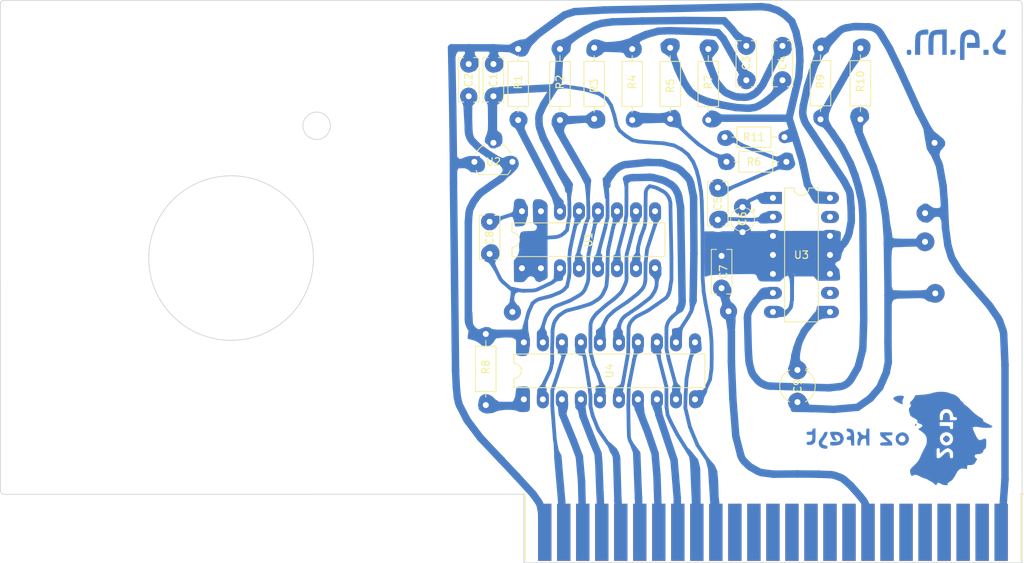
<source format=kicad_pcb>
(kicad_pcb (version 20221018) (generator pcbnew)
  (layers (0 "F.Cu" signal) (31 "B.Cu" signal) (34 "B.Paste" user) (35 "F.Paste" user) (36 "B.SilkS" user "B.Silkscreen") (37 "F.SilkS" user "F.Silkscreen") (38 "B.Mask" user) (39 "F.Mask" user) (44 "Edge.Cuts" user))
  (net 0 "")
  (net 1 "+12V")
  (net 2 "GND")
  (net 3 "+5V")
  (net 4 "Net-(C3-Pad1)")
  (net 5 "Net-(C4-Pad1)")
  (net 6 "Net-(C4-Pad2)")
  (net 7 "Net-(U3-+)")
  (net 8 "Net-(C5-Pad2)")
  (net 9 "Net-(U3-BYPASS)")
  (net 10 "-12V")
  (net 11 "Net-(U1-CMP)")
  (net 12 "Net-(C9-Pad1)")
  (net 13 "Net-(J2-Pin_2)")
  (net 52 "/~{DEVICE_SELECT}")
  (net 53 "/D7")
  (net 54 "/D6")
  (net 55 "/D5")
  (net 56 "/D4")
  (net 57 "/D3")
  (net 58 "/D2")
  (net 59 "/D1")
  (net 60 "/D0")
  (net 61 "Net-(U1-R+)")
  (net 62 "Net-(U1-I-)")
  (net 63 "Net-(R4-Pad1)")
  (net 64 "Net-(U4-~{Mr})")
  (net 65 "Net-(U3--)")
  (net 68 "/B6")
  (net 69 "/B5")
  (net 70 "/B2")
  (net 71 "/B1")
  (net 72 "/B0")
  (net 73 "/B3")
  (net 74 "/B4")
  (net 75 "/B7")
  (footprint "sam:CP_Radial_Tantal_D4.5mm_P3.7" (layer "F.Cu") (at 130.287 53.046 -90)
    (fp_text reference "C6")
    (fp_text value "10uF 16V")
  )
  (footprint "sam:R_Axial_DIN0207_L6.3mm_D2.5mm_P9.5mm_Horizontal" (layer "F.Cu") (at 105.903 41.397 90)
    (fp_text reference "R2")
    (fp_text value "560R")
  )
  (footprint "sam:R_Axial_DIN0207_L6.3mm_D2.5mm_P9.5mm_Horizontal" (layer "F.Cu") (at 125.715 41.401 90)
    (fp_text reference "R7")
    (fp_text value "10K")
  )
  (footprint "sam:Ceramic_CAP1" (layer "F.Cu") (at 127.493 59.567 -90)
    (fp_text reference "C7")
    (fp_text value "0.1uF")
  )
  (footprint "sam:R_Axial_DIN0207_L6.3mm_D2.5mm_P9.5mm_Horizontal" (layer "F.Cu") (at 146.035 41.303 90)
    (fp_text reference "R10")
    (fp_text value "47K")
  )
  (footprint "sam:R_Axial_DIN0207_L6.3mm_D2.5mm_P9.5mm_Horizontal" (layer "F.Cu") (at 100.315 41.401 90)
    (fp_text reference "R1")
    (fp_text value "5.6K")
  )
  (footprint "" (layer "F.Cu") (at 154.666692 57.672262)
    (fp_text reference "")
    (fp_text value "")
  )
  (footprint "Package_DIP:DIP-14_W7.62mm_LongPads" (layer "F.Cu") (at 134.351 51.811)
    (fp_text reference "U3")
    (fp_text value "LM380N")
  )
  (footprint "" (layer "F.Cu") (at 156.034044 64.569152)
    (fp_text reference "")
    (fp_text value "")
  )
  (footprint "Package_TO_SOT_THT:TO-92L_Wide" (layer "F.Cu") (at 94.473 46.985)
    (fp_text reference "U2")
    (fp_text value "L7805")
  )
  (footprint "sam:Ceramic_CAP2" (layer "F.Cu") (at 130.795 36.072 90)
    (fp_text reference "C3")
    (fp_text value "0.047uF")
  )
  (footprint "sam:R_Axial_DIN0207_L6.3mm_D2.5mm_P8.0mm_Horizontal" (layer "F.Cu") (at 135.891 43.683 180)
    (fp_text reference "R11")
    (fp_text value "DNP")
  )
  (footprint "sam:R_Axial_DIN0207_L6.3mm_D2.5mm_P9.5mm_Horizontal" (layer "F.Cu") (at 120.635 31.741 -90)
    (fp_text reference "R5")
    (fp_text value "220K")
  )
  (footprint "sam:R_Axial_DIN0207_L6.3mm_D2.5mm_P8.0mm_Horizontal" (layer "F.Cu") (at 136.145 46.985 180)
    (fp_text reference "R6")
    (fp_text value "100R")
  )
  (footprint "sam:Ceramic_CAP2" (layer "F.Cu") (at 135.621 36.072 90)
    (fp_text reference "C4")
    (fp_text value "0.047uF")
  )
  (footprint "Package_DIP:DIP-16_W7.62mm_LongPads" (layer "F.Cu") (at 100.823 61.209 90)
    (fp_text reference "U1")
    (fp_text value "DAC08")
  )
  (footprint "sam:Ceramic_CAP1" (layer "F.Cu") (at 126.985 54.723 90)
    (fp_text reference "C5")
    (fp_text value "0.1uF")
  )
  (footprint "" (layer "F.Cu") (at 154.671 53.843)
    (fp_text reference "")
    (fp_text value "")
  )
  (footprint "sam:R_Axial_DIN0207_L6.3mm_D2.5mm_P9.5mm_Horizontal" (layer "F.Cu") (at 95.997 79.501 90)
    (fp_text reference "R8")
    (fp_text value "2.2K")
  )
  (footprint "sam:CP_Radial_Tantal_D4.5mm_P4.3" (layer "F.Cu") (at 137.624752 74.807 -90)
    (fp_text reference "C9")
    (fp_text value "220uF 16V")
  )
  (footprint "sam:samlogo_copper" (layer "F.Cu") (at 158.75 30.988)
    (fp_text reference "G***" hide)
    (fp_text value "LOGO" hide)
  )
  (footprint "sam:R_Axial_DIN0207_L6.3mm_D2.5mm_P9.5mm_Horizontal" (layer "F.Cu") (at 110.475 31.741 -90)
    (fp_text reference "R3")
    (fp_text value "2.2K")
  )
  (footprint "" (layer "F.Cu") (at 99.553 67.051)
    (fp_text reference "")
    (fp_text value "")
  )
  (footprint "sam:Ceramic_CAP1" (layer "F.Cu") (at 97.013 33.913 -90)
    (fp_text reference "C1")
    (fp_text value "0.1uF")
  )
  (footprint "" (layer "F.Cu") (at 155.941 44.445)
    (fp_text reference "")
    (fp_text value "")
  )
  (footprint "sam:R_Axial_DIN0207_L6.3mm_D2.5mm_P9.5mm_Horizontal" (layer "F.Cu") (at 115.555 41.401 90)
    (fp_text reference "R4")
    (fp_text value "5.6K")
  )
  (footprint "" (layer "F.Cu") (at 128.420263 66.961115)
    (fp_text reference "")
    (fp_text value "")
  )
  (footprint "sam:ozkfest_copper" (layer "F.Cu") (at 150.876 82.55)
    (fp_text reference "G***" hide)
    (fp_text value "LOGO" hide)
  )
  (footprint "sam:Ceramic_CAP1" (layer "F.Cu") (at 96.505 54.995 -90)
    (fp_text reference "C8")
    (fp_text value "0.1uF")
  )
  (footprint "Package_DIP:DIP-20_W7.62mm_LongPads" (layer "F.Cu") (at 101.077 78.735 90)
    (fp_text reference "U4")
    (fp_text value "74LS273")
  )
  (footprint "sam:Ceramic_CAP1" (layer "F.Cu") (at 93.711 33.913 -90)
    (fp_text reference "C2")
    (fp_text value "0.1uF")
  )
  (footprint "sam:BUS_A2" (layer "F.Cu") (at 164.831 96.515)
    (fp_text reference "J1" hide)
    (fp_text value "Bus_Apple_II_Card_Side")
  )
  (footprint "sam:R_Axial_DIN0207_L6.3mm_D2.5mm_P9.5mm_Horizontal" (layer "F.Cu") (at 140.701 41.303 90)
    (fp_text reference "R9")
    (fp_text value "1K")
  )
  (gr_line (start 167.625 100.579) (end 101.077 100.579) (stroke (width 0.1)) (layer "Edge.Cuts"))
  (gr_line (start 167.64 25.908) (end 167.625 91.435) (stroke (width 0.1)) (layer "Edge.Cuts"))
  (gr_arc (start 31.158929 25.906289) (mid 31.307719 25.547079) (end 31.666929 25.398289) (stroke (width 0.1)) (layer "Edge.Cuts"))
  (gr_line (start 31.666929 25.398289) (end 167.132 25.4) (stroke (width 0.1)) (layer "Edge.Cuts"))
  (gr_line (start 167.625 91.435) (end 167.625 100.579) (stroke (width 0.1)) (layer "Edge.Cuts"))
  (gr_arc (start 167.132 25.4) (mid 167.49121 25.54879) (end 167.64 25.908) (stroke (width 0.1)) (layer "Edge.Cuts"))
  (gr_line (start 31.157 90.932) (end 31.158929 25.906289) (stroke (width 0.1)) (layer "Edge.Cuts"))
  (gr_line (start 101.077 100.579) (end 101.077 91.435) (stroke (width 0.1)) (layer "Edge.Cuts"))
  (gr_line (start 101.077 91.435) (end 31.665 91.44) (stroke (width 0.1)) (layer "Edge.Cuts"))
  (gr_arc (start 31.665 91.44) (mid 31.30579 91.29121) (end 31.157 90.932) (stroke (width 0.1)) (layer "Edge.Cuts"))
  (gr_circle (center 61.976 59.85) (end 72.976 59.85) (stroke (width 0.1)) (fill none) (layer "Edge.Cuts"))
  (gr_circle (center 73.406 42.164) (end 74.422 43.688) (stroke (width 0.1)) (fill none) (layer "Edge.Cuts"))
  (segment (start 136.497196 41.150499) (end 127.384223 41.150499) (width 1) (layer "B.Cu") (net 1))
  (segment (start 106.561375 27.320324) (end 107.859641 26.903899) (width 1) (layer "B.Cu") (net 1))
  (segment (start 97.013 31.745) (end 100.315 31.901) (width 1) (layer "B.Cu") (net 1))
  (segment (start 91.57809 39.681173) (end 91.425 31.745) (width 1) (layer "B.Cu") (net 1))
  (segment (start 91.955217 74.806205) (end 91.679122 49.949829) (width 1) (layer "B.Cu") (net 1))
  (segment (start 93.711 31.745) (end 97.013 31.745) (width 1) (layer "B.Cu") (net 1))
  (segment (start 91.678999 49.927614) (end 91.679 47.239) (width 1) (layer "B.Cu") (net 1))
  (segment (start 107.859641 26.903899) (end 111.803431 26.683439) (width 1) (layer "B.Cu") (net 1))
  (segment (start 132.82037 26.239743) (end 133.847907 26.353914) (width 1) (layer "B.Cu") (net 1))
  (segment (start 100.134595 89.02788) (end 98.106818 86.871355) (width 1) (layer "B.Cu") (net 1))
  (segment (start 92.353575 79.146899) (end 92.219585 78.556566) (width 1) (layer "B.Cu") (net 1))
  (segment (start 137.955767 33.512813) (end 137.809465 35.609812) (width 1) (layer "B.Cu") (net 1))
  (segment (start 93.711 31.745) (end 93.711 33.913) (width 1) (layer "B.Cu") (net 1))
  (segment (start 102.838045 30.014839) (end 104.969162 28.447121) (width 1) (layer "B.Cu") (net 1))
  (segment (start 102.218484 91.302162) (end 100.15222 89.046868) (width 1) (layer "B.Cu") (net 1))
  (segment (start 93.431919 81.378638) (end 92.526018 79.620126) (width 1) (layer "B.Cu") (net 1))
  (segment (start 135.891 43.683) (end 137.155739 43.217025) (width 1) (layer "B.Cu") (net 1))
  (segment (start 91.425 31.745) (end 93.711 31.745) (width 1) (layer "B.Cu") (net 1))
  (segment (start 97.013 31.745) (end 97.013 33.913) (width 1) (layer "B.Cu") (net 1))
  (segment (start 135.941038 27.343394) (end 136.873433 28.218704) (width 1) (layer "B.Cu") (net 1))
  (segment (start 100.315 31.901) (end 102.838045 30.014839) (width 1) (layer "B.Cu") (net 1))
  (segment (start 137.890744 31.838464) (end 137.955767 33.512813) (width 1) (layer "B.Cu") (net 1))
  (segment (start 92.050387 76.939192) (end 91.95713 74.874222) (width 1) (layer "B.Cu") (net 1))
  (segment (start 136.497196 41.150499) (end 137.155739 43.217025) (width 1) (layer "B.Cu") (net 1))
  (segment (start 138.952174 49.98067) (end 139.973272 51.731125) (width 1) (layer "B.Cu") (net 1))
  (segment (start 137.506062 44.316347) (end 138.250456 46.756305) (width 1) (layer "B.Cu") (net 1))
  (segment (start 95.222345 83.802928) (end 93.612497 81.666222) (width 1) (layer "B.Cu") (net 1))
  (segment (start 137.425259 29.607782) (end 137.890744 31.838464) (width 1) (layer "B.Cu") (net 1))
  (segment (start 92.179159 78.305305) (end 92.057532 77.040385) (width 1) (layer "B.Cu") (net 1))
  (segment (start 127.384223 41.150499) (end 125.715 41.401) (width 1) (layer "B.Cu") (net 1))
  (segment (start 98.10293 86.867232) (end 95.366565 83.973605) (width 1) (layer "B.Cu") (net 1))
  (segment (start 136.873433 28.218704) (end 137.425259 29.607782) (width 1) (layer "B.Cu") (net 1))
  (segment (start 137.809465 35.609812) (end 136.497196 41.150499) (width 1) (layer "B.Cu") (net 1))
  (segment (start 102.990132 92.363455) (end 102.375287 91.496366) (width 1) (layer "B.Cu") (net 1))
  (segment (start 91.679 47.239) (end 91.57809 39.681173) (width 1) (layer "B.Cu") (net 1))
  (segment (start 138.250456 46.756305) (end 138.952174 49.98067) (width 1) (layer "B.Cu") (net 1))
  (segment (start 111.803431 26.683439) (end 132.82037 26.239743) (width 1) (layer "B.Cu") (net 1))
  (segment (start 139.973272 51.731125) (end 141.971 51.811) (width 1) (layer "B.Cu") (net 1))
  (segment (start 104.969162 28.447121) (end 106.561375 27.320324) (width 1) (layer "B.Cu") (net 1))
  (segment (start 103.871 96.515) (end 103.332823 93.199833) (width 1) (layer "B.Cu") (net 1))
  (segment (start 134.989615 26.734483) (end 135.941038 27.343394) (width 1) (layer "B.Cu") (net 1))
  (segment (start 94.473 46.985) (end 91.679 47.239) (width 1) (layer "B.Cu") (net 1))
  (segment (start 133.847907 26.353914) (end 134.989615 26.734483) (width 1) (layer "B.Cu") (net 1))
  (segment (start 137.155739 43.217025) (end 137.506062 44.316347) (width 1) (layer "B.Cu") (net 1))
  (arc (start 92.353575 79.146899) (mid 92.42484 79.388963) (end 92.526018 79.620126) (width 1) (layer "B.Cu") (net 1))
  (arc (start 91.678999 49.927614) (mid 91.67903 49.938722) (end 91.679122 49.949829) (width 1) (layer "B.Cu") (net 1))
  (arc (start 93.431919 81.378638) (mid 93.516093 81.526269) (end 93.612497 81.666222) (width 1) (layer "B.Cu") (net 1))
  (arc (start 92.219585 78.556566) (mid 92.195371 78.431579) (end 92.179159 78.305305) (width 1) (layer "B.Cu") (net 1))
  (arc (start 102.218484 91.302162) (mid 102.299918 91.396816) (end 102.375287 91.496366) (width 1) (layer "B.Cu") (net 1))
  (arc (start 98.106818 86.871355) (mid 98.104875 86.869292) (end 98.10293 86.867232) (width 1) (layer "B.Cu") (net 1))
  (arc (start 92.050387 76.939192) (mid 92.053318 76.989834) (end 92.057532 77.040385) (width 1) (layer "B.Cu") (net 1))
  (arc (start 91.955217 74.806205) (mid 91.955884 74.840222) (end 91.95713 74.874222) (width 1) (layer "B.Cu") (net 1))
  (arc (start 100.134595 89.02788) (mid 100.143438 89.037346) (end 100.15222 89.046868) (width 1) (layer "B.Cu") (net 1))
  (arc (start 102.990132 92.363455) (mid 103.209345 92.762031) (end 103.332823 93.199833) (width 1) (layer "B.Cu") (net 1))
  (arc (start 95.222345 83.802928) (mid 95.29207 83.890282) (end 95.366565 83.973605) (width 1) (layer "B.Cu") (net 1))
  (segment (start 139.644842 34.820728) (end 140.701 31.803) (width 1) (layer "B.Cu") (net 2))
  (segment (start 157.40196 55.83694) (end 157.697734 58.005113) (width 1) (layer "B.Cu") (net 2))
  (segment (start 107.187446 53.882995) (end 107.137526 51.972315) (width 0.5) (layer "B.Cu") (net 2))
  (segment (start 116.471722 44.273486) (end 115.599653 44.086615) (width 0.5) (layer "B.Cu") (net 2))
  (segment (start 149.925752 31.853518) (end 151.298509 34.694808) (width 1) (layer "B.Cu") (net 2))
  (segment (start 163.33735 66.289207) (end 164.416387 67.864018) (width 1) (layer "B.Cu") (net 2))
  (segment (start 157.293178 53.589) (end 157.385603 55.655953) (width 1) (layer "B.Cu") (net 2))
  (segment (start 136.705081 66.511437) (end 136.901523 65.405158) (width 0.5) (layer "B.Cu") (net 2))
  (segment (start 105.903 31.897) (end 106.776176 30.895144) (width 1) (layer "B.Cu") (net 2))
  (segment (start 118.361203 44.418831) (end 116.471722 44.273486) (width 0.5) (layer "B.Cu") (net 2))
  (segment (start 165.170094 70.053435) (end 165.344578 74.120153) (width 1) (layer "B.Cu") (net 2))
  (segment (start 139.717991 43.310775) (end 138.784819 41.916638) (width 1) (layer "B.Cu") (net 2))
  (segment (start 125.257462 77.588282) (end 125.952443 76.0767) (width 0.5) (layer "B.Cu") (net 2))
  (segment (start 156.098921 46.328302) (end 156.485242 47.207259) (width 1) (layer "B.Cu") (net 2))
  (segment (start 126.178311 73.22728) (end 126.154276 71.088246) (width 0.5) (layer "B.Cu") (net 2))
  (segment (start 125.952443 76.0767) (end 126.143562 74.634615) (width 0.5) (layer "B.Cu") (net 2))
  (segment (start 157.231476 52.209108) (end 157.293178 53.589) (width 1) (layer "B.Cu") (net 2))
  (segment (start 97.976362 37.451596) (end 105.141 37.079) (width 1) (layer "B.Cu") (net 2))
  (segment (start 119.731597 44.501885) (end 118.361203 44.418831) (width 0.5) (layer "B.Cu") (net 2))
  (segment (start 145.415261 28.899497) (end 147.097033 28.93687) (width 1) (layer "B.Cu") (net 2))
  (segment (start 115.599653 44.086615) (end 114.686057 43.505236) (width 0.5) (layer "B.Cu") (net 2))
  (segment (start 142.088947 30.383682) (end 143.274155 29.466059) (width 1) (layer "B.Cu") (net 2))
  (segment (start 144.043657 57.556771) (end 144.339492 56.987016) (width 1) (layer "B.Cu") (net 2))
  (segment (start 144.528512 56.443079) (end 144.782581 55.121918) (width 1) (layer "B.Cu") (net 2))
  (segment (start 123.697432 46.99351) (end 122.991472 45.99686) (width 0.5) (layer "B.Cu") (net 2))
  (segment (start 138.420973 39.448948) (end 138.948448 37.032772) (width 1) (layer "B.Cu") (net 2))
  (segment (start 144.793347 53.145205) (end 144.667175 51.468913) (width 1) (layer "B.Cu") (net 2))
  (segment (start 127.844398 28.13056) (end 128.844911 29.207061) (width 1) (layer "B.Cu") (net 2))
  (segment (start 106.065344 48.526471) (end 106.81906 49.891072) (width 1) (layer "B.Cu") (net 2))
  (segment (start 140.701 31.803) (end 141.867904 30.582804) (width 1) (layer "B.Cu") (net 2))
  (segment (start 126.154276 71.088246) (end 126.010072 69.357791) (width 0.5) (layer "B.Cu") (net 2))
  (segment (start 105.141 37.079) (end 105.649 36.317) (width 1) (layer "B.Cu") (net 2))
  (segment (start 109.386516 29.305043) (end 110.560203 28.722361) (width 1) (layer "B.Cu") (net 2))
  (segment (start 144.162938 29.075836) (end 145.035228 28.927361) (width 1) (layer "B.Cu") (net 2))
  (segment (start 107.0559 54.825187) (end 107.153726 54.304589) (width 0.5) (layer "B.Cu") (net 2))
  (segment (start 124.740718 50.914281) (end 124.447936 49.276872) (width 0.5) (layer "B.Cu") (net 2))
  (segment (start 155.04203 42.589391) (end 155.753861 44.250332) (width 1) (layer "B.Cu") (net 2))
  (segment (start 122.464128 28.084365) (end 127.844398 28.13056) (width 1) (layer "B.Cu") (net 2))
  (segment (start 103.871 57.145) (end 105.228627 57.048496) (width 0.5) (layer "B.Cu") (net 2))
  (segment (start 103.091409 41.216378) (end 103.114981 41.91177) (width 1) (layer "B.Cu") (net 2))
  (segment (start 144.43974 50.68202) (end 143.870033 49.607715) (width 1) (layer "B.Cu") (net 2))
  (segment (start 112.874281 28.272864) (end 116.879868 28.155052) (width 1) (layer "B.Cu") (net 2))
  (segment (start 113.481772 42.155606) (end 113.167623 40.786817) (width 0.5) (layer "B.Cu") (net 2))
  (segment (start 136.901523 65.405158) (end 136.891184 63.161583) (width 0.5) (layer "B.Cu") (net 2))
  (segment (start 138.996797 36.852242) (end 139.626937 34.8743) (width 1) (layer "B.Cu") (net 2))
  (segment (start 125.649561 67.41103) (end 125.337117 65.848814) (width 0.5) (layer "B.Cu") (net 2))
  (segment (start 157.764379 58.311643) (end 158.145273 59.576101) (width 1) (layer "B.Cu") (net 2))
  (segment (start 144.818386 54.717198) (end 144.798806 53.268293) (width 1) (layer "B.Cu") (net 2))
  (segment (start 124.849155 52.280595) (end 124.740718 50.914281) (width 0.5) (layer "B.Cu") (net 2))
  (segment (start 103.708543 43.867072) (end 106.031133 48.461761) (width 1) (layer "B.Cu") (net 2))
  (segment (start 155.914866 44.985067) (end 155.930579 45.576662) (width 1) (layer "B.Cu") (net 2))
  (segment (start 105.141 37.079) (end 103.790575 39.222124) (width 1) (layer "B.Cu") (net 2))
  (segment (start 123.937 78.735) (end 125.257462 77.588282) (width 0.5) (layer "B.Cu") (net 2))
  (segment (start 128.844911 29.207061) (end 129.490811 30.055597) (width 1) (layer "B.Cu") (net 2))
  (segment (start 111.12566 37.869727) (end 109.151015 37.286309) (width 0.5) (layer "B.Cu") (net 2))
  (segment (start 116.879868 28.155052) (end 122.464128 28.084365) (width 1) (layer "B.Cu") (net 2))
  (segment (start 110.560203 28.722361) (end 111.509141 28.455992) (width 1) (layer "B.Cu") (net 2))
  (segment (start 153.879469 40.351284) (end 154.976437 42.451193) (width 1) (layer "B.Cu") (net 2))
  (segment (start 159.376823 61.68947) (end 160.832304 63.37136) (width 1) (layer "B.Cu") (net 2))
  (segment (start 121.143517 44.792575) (end 119.731597 44.501885) (width 0.5) (layer "B.Cu") (net 2))
  (segment (start 138.335291 40.234697) (end 138.382758 39.698997) (width 1) (layer "B.Cu") (net 2))
  (segment (start 106.776176 30.895144) (end 108.026198 30.11388) (width 1) (layer "B.Cu") (net 2))
  (segment (start 124.133467 48.073214) (end 123.697432 46.99351) (width 0.5) (layer "B.Cu") (net 2))
  (segment (start 97.013 44.445) (end 97.013 38.213) (width 1) (layer "B.Cu") (net 2))
  (segment (start 106.533529 56.434482) (end 106.843212 56.110053) (width 0.5) (layer "B.Cu") (net 2))
  (segment (start 112.741279 39.462907) (end 112.157861 38.565341) (width 0.5) (layer "B.Cu") (net 2))
  (segment (start 151.317674 34.735643) (end 153.832173 40.254476) (width 1) (layer "B.Cu") (net 2))
  (segment (start 125.337117 65.848814) (end 125.0901 64.30496) (width 0.5) (layer "B.Cu") (net 2))
  (segment (start 113.855516 42.799275) (end 113.481772 42.155606) (width 0.5) (layer "B.Cu") (net 2))
  (segment (start 141.971 59.431) (end 143.515882 58.198614) (width 1) (layer "B.Cu") (net 2))
  (segment (start 113.167623 40.786817) (end 112.741279 39.462907) (width 0.5) (layer "B.Cu") (net 2))
  (segment (start 125.0901 64.30496) (end 124.966592 62.514089) (width 0.5) (layer "B.Cu") (net 2))
  (segment (start 157.08197 50.276361) (end 157.227428 52.143076) (width 1) (layer "B.Cu") (net 2))
  (segment (start 136.891184 63.161583) (end 136.736098 61.579708) (width 0.5) (layer "B.Cu") (net 2))
  (segment (start 165.346416 74.205885) (end 165.346416 89.382935) (width 1) (layer "B.Cu") (net 2))
  (segment (start 122.160931 45.332427) (end 121.143517 44.792575) (width 0.5) (layer "B.Cu") (net 2))
  (segment (start 106.682708 36.904844) (end 105.141 37.079) (width 0.5) (layer "B.Cu") (net 2))
  (segment (start 157.293178 53.589) (end 154.549563 53.961401) (width 1) (layer "B.Cu") (net 2))
  (segment (start 122.991472 45.99686) (end 122.160931 45.332427) (width 0.5) (layer "B.Cu") (net 2))
  (segment (start 134.351 67.051) (end 136.06406 67.111102) (width 0.5) (layer "B.Cu") (net 2))
  (segment (start 164.651776 68.326786) (end 165.057186 69.471472) (width 1) (layer "B.Cu") (net 2))
  (segment (start 97.013 38.213) (end 97.976362 37.451596) (width 1) (layer "B.Cu") (net 2))
  (segment (start 108.026198 30.11388) (end 109.386516 29.305043) (width 1) (layer "B.Cu") (net 2))
  (segment (start 138.533215 41.385507) (end 138.413845 40.992582) (width 1) (layer "B.Cu") (net 2))
  (segment (start 103.219544 42.485626) (end 103.599167 43.60642) (width 1) (layer "B.Cu") (net 2))
  (segment (start 105.649 36.317) (end 105.903 31.897) (width 1) (layer "B.Cu") (net 2))
  (segment (start 107.134632 51.905004) (end 107.064781 50.738499) (width 0.5) (layer "B.Cu") (net 2))
  (segment (start 109.151015 37.286309) (end 106.682708 36.904844) (width 0.5) (layer "B.Cu") (net 2))
  (segment (start 114.686057 43.505236) (end 113.855516 42.799275) (width 0.5) (layer "B.Cu") (net 2))
  (segment (start 126.010072 69.357791) (end 125.649561 67.41103) (width 0.5) (layer "B.Cu") (net 2))
  (segment (start 124.447936 49.276872) (end 124.133467 48.073214) (width 0.5) (layer "B.Cu") (net 2))
  (segment (start 124.935715 56.369551) (end 124.849155 52.280595) (width 0.5) (layer "B.Cu") (net 2))
  (segment (start 156.622914 47.659135) (end 157.056639 50.078868) (width 1) (layer "B.Cu") (net 2))
  (segment (start 129.490811 30.055597) (end 130.795 31.482) (width 1) (layer "B.Cu") (net 2))
  (segment (start 106.843212 56.110053) (end 107.048226 54.868662) (width 0.5) (layer "B.Cu") (net 2))
  (segment (start 103.663029 39.458333) (end 103.270622 40.318609) (width 1) (layer "B.Cu") (net 2))
  (segment (start 160.833192 63.372387) (end 163.20071 66.111943) (width 1) (layer "B.Cu") (net 2))
  (segment (start 112.157861 38.565341) (end 111.12566 37.869727) (width 0.5) (layer "B.Cu") (net 2))
  (segment (start 126.143562 74.634615) (end 126.178311 73.22728) (width 0.5) (layer "B.Cu") (net 2))
  (segment (start 136.06406 67.111102) (end 136.705081 66.511437) (width 0.5) (layer "B.Cu") (net 2))
  (segment (start 143.771451 49.441708) (end 139.724297 43.320254) (width 1) (layer "B.Cu") (net 2))
  (segment (start 148.767585 29.907385) (end 149.839908 31.694591) (width 1) (layer "B.Cu") (net 2))
  (segment (start 158.34529 60.028234) (end 159.174176 61.409709) (width 1) (layer "B.Cu") (net 2))
  (segment (start 124.966592 62.514089) (end 124.935715 56.369551) (width 0.5) (layer "B.Cu") (net 2))
  (segment (start 111.509141 28.455992) (end 112.874281 28.272864) (width 1) (layer "B.Cu") (net 2))
  (segment (start 165.341106 89.528575) (end 164.831 96.515) (width 1) (layer "B.Cu") (net 2))
  (arc (start 106.065344 48.526471) (mid 106.047942 48.494273) (end 106.031133 48.461761) (width 1) (layer "B.Cu") (net 2))
  (arc (start 158.145273 59.576101) (mid 158.231257 59.808372) (end 158.34529 60.028234) (width 1) (layer "B.Cu") (net 2))
  (arc (start 105.228627 57.048496) (mid 105.938347 56.863198) (end 106.533529 56.434482) (width 0.5) (layer "B.Cu") (net 2))
  (arc (start 138.948448 37.032772) (mid 138.970513 36.941942) (end 138.996797 36.852242) (width 1) (layer "B.Cu") (net 2))
  (arc (start 139.717991 43.310775) (mid 139.721151 43.31551) (end 139.724297 43.320254) (width 1) (layer "B.Cu") (net 2))
  (arc (start 103.708543 43.867072) (mid 103.649245 43.738681) (end 103.599167 43.60642) (width 1) (layer "B.Cu") (net 2))
  (arc (start 143.870033 49.607715) (mid 143.822746 49.523521) (end 143.771451 49.441708) (width 1) (layer "B.Cu") (net 2))
  (arc (start 107.137526 51.972315) (mid 107.136363 51.938647) (end 107.134632 51.905004) (width 0.5) (layer "B.Cu") (net 2))
  (arc (start 165.344578 74.120153) (mid 165.345957 74.163009) (end 165.346416 74.205885) (width 1) (layer "B.Cu") (net 2))
  (arc (start 107.0559 54.825187) (mid 107.051943 54.846903) (end 107.048226 54.868662) (width 0.5) (layer "B.Cu") (net 2))
  (arc (start 144.667175 51.468913) (mid 144.594173 51.063698) (end 144.43974 50.68202) (width 1) (layer "B.Cu") (net 2))
  (arc (start 155.04203 42.589391) (mid 155.010555 42.519665) (end 154.976437 42.451193) (width 1) (layer "B.Cu") (net 2))
  (arc (start 138.420973 39.448948) (mid 138.397908 39.573368) (end 138.382758 39.698997) (width 1) (layer "B.Cu") (net 2))
  (arc (start 138.335291 40.234697) (mid 138.338143 40.617415) (end 138.413845 40.992582) (width 1) (layer "B.Cu") (net 2))
  (arc (start 157.08197 50.276361) (mid 157.071764 50.177299) (end 157.056639 50.078868) (width 1) (layer "B.Cu") (net 2))
  (arc (start 163.33735 66.289207) (mid 163.271512 66.198662) (end 163.20071 66.111943) (width 1) (layer "B.Cu") (net 2))
  (arc (start 165.170094 70.053435) (mid 165.135322 69.758247) (end 165.057186 69.471472) (width 1) (layer "B.Cu") (net 2))
  (arc (start 153.879469 40.351284) (mid 153.855169 40.303199) (end 153.832173 40.254476) (width 1) (layer "B.Cu") (net 2))
  (arc (start 165.346416 89.382935) (mid 165.345088 89.455803) (end 165.341106 89.528575) (width 1) (layer "B.Cu") (net 2))
  (arc (start 144.782581 55.121918) (mid 144.810787 54.92047) (end 144.818386 54.717198) (width 1) (layer "B.Cu") (net 2))
  (arc (start 157.697734 58.005113) (mid 157.725037 58.159687) (end 157.764379 58.311643) (width 1) (layer "B.Cu") (net 2))
  (arc (start 147.097033 28.93687) (mid 148.05727 29.207031) (end 148.767585 29.907385) (width 1) (layer "B.Cu") (net 2))
  (arc (start 139.644842 34.820728) (mid 139.635701 34.847451) (end 139.626937 34.8743) (width 1) (layer "B.Cu") (net 2))
  (arc (start 151.298509 34.694808) (mid 151.308206 34.715172) (end 151.317674 34.735643) (width 1) (layer "B.Cu") (net 2))
  (arc (start 107.187446 53.882995) (mid 107.181762 54.094686) (end 107.153726 54.304589) (width 0.5) (layer "B.Cu") (net 2))
  (arc (start 156.098921 46.328302) (mid 155.978223 45.960663) (end 155.930579 45.576662) (width 1) (layer "B.Cu") (net 2))
  (arc (start 155.753861 44.250332) (mid 155.869214 44.610062) (end 155.914866 44.985067) (width 1) (layer "B.Cu") (net 2))
  (arc (start 103.790575 39.222124) (mid 103.722834 39.338086) (end 103.663029 39.458333) (width 1) (layer "B.Cu") (net 2))
  (arc (start 144.043657 57.556771) (mid 143.813472 57.905405) (end 143.515882 58.198614) (width 1) (layer "B.Cu") (net 2))
  (arc (start 159.376823 61.68947) (mid 159.269448 61.553973) (end 159.174176 61.409709) (width 1) (layer "B.Cu") (net 2))
  (arc (start 144.339492 56.987016) (mid 144.453681 56.721886) (end 144.528512 56.443079) (width 1) (layer "B.Cu") (net 2))
  (arc (start 156.485242 47.207259) (mid 156.567466 47.429118) (end 156.622914 47.659135) (width 1) (layer "B.Cu") (net 2))
  (arc (start 157.231476 52.209108) (mid 157.229725 52.176075) (end 157.227428 52.143076) (width 1) (layer "B.Cu") (net 2))
  (arc (start 138.784819 41.916638) (mid 138.639401 41.660365) (end 138.533215 41.385507) (width 1) (layer "B.Cu") (net 2))
  (arc (start 164.416387 67.864018) (mid 164.549162 68.087731) (end 164.651776 68.326786) (width 1) (layer "B.Cu") (net 2))
  (arc (start 106.81906 49.891072) (mid 106.989235 50.301066) (end 107.064781 50.738499) (width 1) (layer "B.Cu") (net 2))
  (arc (start 103.114981 41.91177) (mid 103.146229 42.202531) (end 103.219544 42.485626) (width 1) (layer "B.Cu") (net 2))
  (arc (start 103.091409 41.216378) (mid 103.128957 40.757102) (end 103.270622 40.318609) (width 1) (layer "B.Cu") (net 2))
  (arc (start 142.088947 30.383682) (mid 141.974718 30.479127) (end 141.867904 30.582804) (width 1) (layer "B.Cu") (net 2))
  (arc (start 160.832304 63.37136) (mid 160.832748 63.371873) (end 160.833192 63.372387) (width 1) (layer "B.Cu") (net 2))
  (arc (start 143.274155 29.466059) (mid 143.694514 29.21621) (end 144.162938 29.075836) (width 1) (layer "B.Cu") (net 2))
  (arc (start 144.793347 53.145205) (mid 144.797024 53.206707) (end 144.798806 53.268293) (width 1) (layer "B.Cu") (net 2))
  (arc (start 145.415261 28.899497) (mid 145.224579 28.904358) (end 145.035228 28.927361) (width 1) (layer "B.Cu") (net 2))
  (arc (start 149.925752 31.853518) (mid 149.884625 31.773085) (end 149.839908 31.694591) (width 1) (layer "B.Cu") (net 2))
  (arc (start 157.40196 55.83694) (mid 157.391725 55.746632) (end 157.385603 55.655953) (width 1) (layer "B.Cu") (net 2))
  (segment (start 101.121334 69.455293) (end 101.077 71.115) (width 0.5) (layer "B.Cu") (net 3))
  (segment (start 104.574075 64.959402) (end 103.272481 65.292737) (width 0.5) (layer "B.Cu") (net 3))
  (segment (start 95.162217 45.138693) (end 96.355641 45.984035) (width 1) (layer "B.Cu") (net 3))
  (segment (start 93.754323 53.862403) (end 93.669867 55.027895) (width 1) (layer "B.Cu") (net 3))
  (segment (start 108.443 53.589) (end 107.930045 55.632135) (width 0.5) (layer "B.Cu") (net 3))
  (segment (start 102.476779 65.703437) (end 102.231324 65.91113) (width 0.5) (layer "B.Cu") (net 3))
  (segment (start 96.799738 50.075759) (end 95.417577 51.063016) (width 1) (layer "B.Cu") (net 3))
  (segment (start 93.664637 55.172583) (end 93.665537 68.023201) (width 1) (layer "B.Cu") (net 3))
  (segment (start 94.2614 52.497499) (end 93.952968 53.127215) (width 1) (layer "B.Cu") (net 3))
  (segment (start 105.813943 64.47261) (end 104.835159 64.873022) (width 0.5) (layer "B.Cu") (net 3))
  (segment (start 93.711 38.213) (end 93.666887 42.709975) (width 1) (layer "B.Cu") (net 3))
  (segment (start 100.474427 70.521215) (end 101.077 71.115) (width 1) (layer "B.Cu") (net 3))
  (segment (start 98.959729 47.061677) (end 99.553 46.985) (width 1) (layer "B.Cu") (net 3))
  (segment (start 99.553 46.985) (end 98.893749 48.186556) (width 1) (layer "B.Cu") (net 3))
  (segment (start 107.18387 61.555607) (end 107.126428 62.282418) (width 0.5) (layer "B.Cu") (net 3))
  (segment (start 93.710323 43.144602) (end 93.744136 43.304005) (width 1) (layer "B.Cu") (net 3))
  (segment (start 97.939806 49.302109) (end 96.839898 50.047809) (width 1) (layer "B.Cu") (net 3))
  (segment (start 107.242429 58.816019) (end 107.149831 59.821377) (width 0.5) (layer "B.Cu") (net 3))
  (segment (start 98.729045 48.439416) (end 98.406205 48.861592) (width 1) (layer "B.Cu") (net 3))
  (segment (start 94.988396 51.47944) (end 94.465869 52.16619) (width 1) (layer "B.Cu") (net 3))
  (segment (start 96.470935 46.059867) (end 97.66263 46.786057) (width 1) (layer "B.Cu") (net 3))
  (segment (start 101.662151 67.235561) (end 101.189597 68.987982) (width 0.5) (layer "B.Cu") (net 3))
  (segment (start 95.848937 70.014635) (end 95.997 70.001) (width 1) (layer "B.Cu") (net 3))
  (segment (start 94.286391 44.303211) (end 94.904038 44.920858) (width 1) (layer "B.Cu") (net 3))
  (segment (start 107.609344 57.000764) (end 107.276506 58.589311) (width 0.5) (layer "B.Cu") (net 3))
  (segment (start 107.142761 60.078557) (end 107.188727 61.324284) (width 0.5) (layer "B.Cu") (net 3))
  (segment (start 107.922695 55.662407) (end 107.61969 56.954167) (width 0.5) (layer "B.Cu") (net 3))
  (segment (start 107.083271 62.566493) (end 106.839938 63.641216) (width 0.5) (layer "B.Cu") (net 3))
  (segment (start 95.997 70.001) (end 99.034501 69.946105) (width 1) (layer "B.Cu") (net 3))
  (segment (start 106.839938 63.641216) (end 106.520464 63.984355) (width 0.5) (layer "B.Cu") (net 3))
  (segment (start 102.231324 65.91113) (end 101.770002 66.934061) (width 0.5) (layer "B.Cu") (net 3))
  (arc (start 105.813943 64.47261) (mid 106.19372 64.266853) (end 106.520464 63.984355) (width 0.5) (layer "B.Cu") (net 3))
  (arc (start 93.744136 43.304005) (mid 93.942771 43.842948) (end 94.286391 44.303211) (width 1) (layer "B.Cu") (net 3))
  (arc (start 107.149831 59.821377) (mid 107.142157 59.949853) (end 107.142761 60.078557) (width 0.5) (layer "B.Cu") (net 3))
  (arc (start 107.242429 58.816019) (mid 107.256216 58.702176) (end 107.276506 58.589311) (width 0.5) (layer "B.Cu") (net 3))
  (arc (start 101.662151 67.235561) (mid 101.710033 67.082649) (end 101.770002 66.934061) (width 0.5) (layer "B.Cu") (net 3))
  (arc (start 103.272481 65.292737) (mid 102.85135 65.452983) (end 102.476779 65.703437) (width 0.5) (layer "B.Cu") (net 3))
  (arc (start 95.417577 51.063016) (mid 95.187334 51.255097) (end 94.988396 51.47944) (width 1) (layer "B.Cu") (net 3))
  (arc (start 98.893749 48.186556) (mid 98.816173 48.316097) (end 98.729045 48.439416) (width 1) (layer "B.Cu") (net 3))
  (arc (start 93.665537 68.023201) (mid 94.317776 69.500741) (end 95.848937 70.014635) (width 1) (layer "B.Cu") (net 3))
  (arc (start 94.2614 52.497499) (mid 94.355553 52.326857) (end 94.465869 52.16619) (width 1) (layer "B.Cu") (net 3))
  (arc (start 104.574075 64.959402) (mid 104.706103 64.920705) (end 104.835159 64.873022) (width 0.5) (layer "B.Cu") (net 3))
  (arc (start 96.799738 50.075759) (mid 96.819732 50.061661) (end 96.839898 50.047809) (width 1) (layer "B.Cu") (net 3))
  (arc (start 93.754323 53.862403) (mid 93.81833 53.485267) (end 93.952968 53.127215) (width 1) (layer "B.Cu") (net 3))
  (arc (start 96.355641 45.984035) (mid 96.412634 46.022946) (end 96.470935 46.059867) (width 1) (layer "B.Cu") (net 3))
  (arc (start 93.666887 42.709975) (mid 93.676704 42.928478) (end 93.710323 43.144602) (width 1) (layer "B.Cu") (net 3))
  (arc (start 93.669867 55.027895) (mid 93.665942 55.100192) (end 93.664637 55.172583) (width 1) (layer "B.Cu") (net 3))
  (arc (start 107.126428 62.282418) (mid 107.109958 62.425232) (end 107.083271 62.566493) (width 0.5) (layer "B.Cu") (net 3))
  (arc (start 97.939806 49.302109) (mid 98.190784 49.100673) (end 98.406205 48.861592) (width 1) (layer "B.Cu") (net 3))
  (arc (start 107.18387 61.555607) (mid 107.189646 61.440016) (end 107.188727 61.324284) (width 0.5) (layer "B.Cu") (net 3))
  (arc (start 98.959729 47.061677) (mid 98.287672 47.034497) (end 97.66263 46.786057) (width 1) (layer "B.Cu") (net 3))
  (arc (start 107.930045 55.632135) (mid 107.926311 55.647257) (end 107.922695 55.662407) (width 0.5) (layer "B.Cu") (net 3))
  (arc (start 101.121334 69.455293) (mid 101.141623 69.219615) (end 101.189597 68.987982) (width 0.5) (layer "B.Cu") (net 3))
  (arc (start 95.162217 45.138693) (mid 95.02852 45.035236) (end 94.904038 44.920858) (width 1) (layer "B.Cu") (net 3))
  (arc (start 100.474427 70.521215) (mid 99.812464 70.088443) (end 99.034501 69.946105) (width 1) (layer "B.Cu") (net 3))
  (arc (start 107.609344 57.000764) (mid 107.614378 56.977435) (end 107.61969 56.954167) (width 0.5) (layer "B.Cu") (net 3))
  (segment (start 130.795 36.072) (end 129.271 33.269) (width 1) (layer "B.Cu") (net 4))
  (segment (start 110.475 31.741) (end 115.555 31.901) (width 1) (layer "B.Cu") (net 4))
  (segment (start 123.566242 29.532533) (end 120.513189 29.450018) (width 1) (layer "B.Cu") (net 4))
  (segment (start 117.349282 29.980611) (end 115.836109 30.648765) (width 1) (layer "B.Cu") (net 4))
  (segment (start 120.513189 29.450018) (end 119.078622 29.508972) (width 1) (layer "B.Cu") (net 4))
  (segment (start 126.985 29.713) (end 125.807898 29.615048) (width 1) (layer "B.Cu") (net 4))
  (segment (start 115.836109 30.648765) (end 115.555 31.901) (width 1) (layer "B.Cu") (net 4))
  (segment (start 125.807898 29.615048) (end 123.566242 29.532533) (width 1) (layer "B.Cu") (net 4))
  (segment (start 129.271 33.269) (end 127.705742 30.50896) (width 1) (layer "B.Cu") (net 4))
  (segment (start 127.705742 30.50896) (end 126.985 29.713) (width 1) (layer "B.Cu") (net 4))
  (segment (start 119.078622 29.508972) (end 117.349282 29.980611) (width 1) (layer "B.Cu") (net 4))
  (segment (start 134.671701 37.729335) (end 135.621 36.072) (width 1) (layer "B.Cu") (net 5))
  (segment (start 132.471607 39.488956) (end 133.118535 39.115728) (width 1) (layer "B.Cu") (net 5))
  (segment (start 129.530337 39.730069) (end 130.910869 39.816352) (width 1) (layer "B.Cu") (net 5))
  (segment (start 123.60803 37.865613) (end 124.125922 38.251278) (width 1) (layer "B.Cu") (net 5))
  (segment (start 121.684277 34.61187) (end 122.455405 36.300504) (width 1) (layer "B.Cu") (net 5))
  (segment (start 133.361881 38.950352) (end 134.17902 38.302276) (width 1) (layer "B.Cu") (net 5))
  (segment (start 127.686285 39.414029) (end 129.303512 39.702819) (width 1) (layer "B.Cu") (net 5))
  (segment (start 122.610587 36.579116) (end 123.138463 37.370929) (width 1) (layer "B.Cu") (net 5))
  (segment (start 120.635 31.741) (end 121.623658 34.463703) (width 1) (layer "B.Cu") (net 5))
  (segment (start 124.56686 38.499784) (end 125.445674 38.857267) (width 1) (layer "B.Cu") (net 5))
  (segment (start 131.324238 39.799313) (end 131.760777 39.735651) (width 1) (layer "B.Cu") (net 5))
  (segment (start 125.733289 38.949634) (end 127.571886 39.390132) (width 1) (layer "B.Cu") (net 5))
  (arc (start 125.445674 38.857267) (mid 125.587735 38.908888) (end 125.733289 38.949634) (width 1) (layer "B.Cu") (net 5))
  (arc (start 130.910869 39.816352) (mid 131.117995 39.81855) (end 131.324238 39.799313) (width 1) (layer "B.Cu") (net 5))
  (arc (start 124.125922 38.251278) (mid 124.338498 38.389536) (end 124.56686 38.499784) (width 1) (layer "B.Cu") (net 5))
  (arc (start 129.530337 39.730069) (mid 129.416535 39.719685) (end 129.303512 39.702819) (width 1) (layer "B.Cu") (net 5))
  (arc (start 122.455405 36.300504) (mid 122.527434 36.442908) (end 122.610587 36.579116) (width 1) (layer "B.Cu") (net 5))
  (arc (start 134.671701 37.729335) (mid 134.452665 38.039285) (end 134.17902 38.302276) (width 1) (layer "B.Cu") (net 5))
  (arc (start 123.60803 37.865613) (mid 123.352003 37.638436) (end 123.138463 37.370929) (width 1) (layer "B.Cu") (net 5))
  (arc (start 133.118535 39.115728) (mid 133.243253 39.037521) (end 133.361881 38.950352) (width 1) (layer "B.Cu") (net 5))
  (arc (start 132.471607 39.488956) (mid 132.127898 39.646032) (end 131.760777 39.735651) (width 1) (layer "B.Cu") (net 5))
  (arc (start 121.684277 34.61187) (mid 121.652485 34.538393) (end 121.623658 34.463703) (width 1) (layer "B.Cu") (net 5))
  (arc (start 127.686285 39.414029) (mid 127.628911 39.402916) (end 127.571886 39.390132) (width 1) (layer "B.Cu") (net 5))
  (segment (start 133.598412 35.440137) (end 134.185978 34.256627) (width 1) (layer "B.Cu") (net 6))
  (segment (start 125.832163 33.863726) (end 126.653423 36.011636) (width 1) (layer "B.Cu") (net 6))
  (segment (start 131.574824 38.074788) (end 131.822411 37.929113) (width 1) (layer "B.Cu") (net 6))
  (segment (start 133.044586 36.547806) (end 133.595883 35.445212) (width 1) (layer "B.Cu") (net 6))
  (segment (start 129.688386 38.311761) (end 130.465468 38.348765) (width 1) (layer "B.Cu") (net 6))
  (segment (start 125.715 31.901) (end 125.700409 33.125623) (width 1) (layer "B.Cu") (net 6))
  (segment (start 128.333211 37.868401) (end 128.995677 38.152315) (width 1) (layer "B.Cu") (net 6))
  (segment (start 134.200973 34.227041) (end 135.621 31.482) (width 1) (layer "B.Cu") (net 6))
  (segment (start 132.361697 37.464957) (end 132.809244 36.912982) (width 1) (layer "B.Cu") (net 6))
  (segment (start 126.973612 36.563837) (end 127.573135 37.296587) (width 1) (layer "B.Cu") (net 6))
  (arc (start 131.574824 38.074788) (mid 131.040129 38.29269) (end 130.465468 38.348765) (width 1) (layer "B.Cu") (net 6))
  (arc (start 131.822411 37.929113) (mid 132.112861 37.72121) (end 132.361697 37.464957) (width 1) (layer "B.Cu") (net 6))
  (arc (start 129.688386 38.311761) (mid 129.334891 38.263059) (end 128.995677 38.152315) (width 1) (layer "B.Cu") (net 6))
  (arc (start 133.598412 35.440137) (mid 133.597149 35.442675) (end 133.595883 35.445212) (width 1) (layer "B.Cu") (net 6))
  (arc (start 134.185978 34.256627) (mid 134.193414 34.241803) (end 134.200973 34.227041) (width 1) (layer "B.Cu") (net 6))
  (arc (start 126.653423 36.011636) (mid 126.791346 36.300593) (end 126.973612 36.563837) (width 1) (layer "B.Cu") (net 6))
  (arc (start 133.044586 36.547806) (mid 132.93686 36.736803) (end 132.809244 36.912982) (width 1) (layer "B.Cu") (net 6))
  (arc (start 128.333211 37.868401) (mid 127.918686 37.628336) (end 127.573135 37.296587) (width 1) (layer "B.Cu") (net 6))
  (arc (start 125.832163 33.863726) (mid 125.731389 33.500904) (end 125.700409 33.125623) (width 1) (layer "B.Cu") (net 6))
  (segment (start 126.985 54.723) (end 128.255 54.605) (width 0.5) (layer "B.Cu") (net 7))
  (segment (start 131.482572 54.739308) (end 132.272085 54.674594) (width 0.5) (layer "B.Cu") (net 7))
  (segment (start 128.255 54.605) (end 131.482572 54.739308) (width 0.5) (layer "B.Cu") (net 7))
  (segment (start 132.272085 54.674594) (end 134.351 54.351) (width 0.5) (layer "B.Cu") (net 7))
  (segment (start 134.605 46.477) (end 130.351454 44.817958) (width 0.5) (layer "B.Cu") (net 8))
  (segment (start 136.145 46.985) (end 134.605 46.477) (width 0.5) (layer "B.Cu") (net 8))
  (segment (start 126.985 50.423) (end 128.198949 50.696025) (width 0.5) (layer "B.Cu") (net 8))
  (segment (start 130.351454 44.817958) (end 129.345375 44.245534) (width 0.5) (layer "B.Cu") (net 8))
  (segment (start 129.345375 44.245534) (end 127.891 43.683) (width 0.5) (layer "B.Cu") (net 8))
  (segment (start 135.057606 47.764875) (end 136.145 46.985) (width 0.5) (layer "B.Cu") (net 8))
  (segment (start 128.198949 50.696025) (end 135.057606 47.764875) (width 0.5) (layer "B.Cu") (net 8))
  (segment (start 131.236658 52.150743) (end 132.466227 51.568315) (width 0.5) (layer "B.Cu") (net 9))
  (segment (start 130.287 53.046) (end 131.236658 52.150743) (width 0.5) (layer "B.Cu") (net 9))
  (segment (start 132.466227 51.568315) (end 134.351 51.811) (width 0.5) (layer "B.Cu") (net 9))
  (segment (start 99.650266 63.982517) (end 100.666157 64.185695) (width 0.5) (layer "B.Cu") (net 10))
  (segment (start 133.011077 88.564062) (end 134.268539 88.725736) (width 1) (layer "B.Cu") (net 10))
  (segment (start 99.27255 63.906974) (end 99.650266 63.982517) (width 0.5) (layer "B.Cu") (net 10))
  (segment (start 99.4622 65.421223) (end 99.650266 63.982517) (width 0.5) (layer "B.Cu") (net 10))
  (segment (start 96.505 59.295) (end 97.185155 61.110415) (width 0.5) (layer "B.Cu") (net 10))
  (segment (start 146.407308 92.215847) (end 145.997511 91.701459) (width 1) (layer "B.Cu") (net 10))
  (segment (start 137.623235 88.717812) (end 140.422366 88.742804) (width 1) (layer "B.Cu") (net 10))
  (segment (start 147.051 96.515) (end 146.838601 93.329019) (width 1) (layer "B.Cu") (net 10))
  (segment (start 129.433648 83.82737) (end 130.035089 86.157953) (width 1) (layer "B.Cu") (net 10))
  (segment (start 129.000793 78.695948) (end 129.376326 83.483997) (width 1) (layer "B.Cu") (net 10))
  (segment (start 130.573363 87.088166) (end 131.038301 87.542801) (width 1) (layer "B.Cu") (net 10))
  (segment (start 97.269171 61.303161) (end 97.854171 62.473162) (width 0.5) (layer "B.Cu") (net 10))
  (segment (start 105.787781 61.797024) (end 105.903 61.209) (width 0.5) (layer "B.Cu") (net 10))
  (segment (start 140.484446 88.744322) (end 142.052191 88.807032) (width 1) (layer "B.Cu") (net 10))
  (segment (start 134.539455 88.742002) (end 137.589506 88.717795) (width 1) (layer "B.Cu") (net 10))
  (segment (start 99.553 67.051) (end 99.45229 65.847192) (width 0.5) (layer "B.Cu") (net 10))
  (segment (start 144.833705 90.364874) (end 145.940085 91.632602) (width 1) (layer "B.Cu") (net 10))
  (segment (start 128.801612 69.748376) (end 128.801612 73.616587) (width 1) (layer "B.Cu") (net 10))
  (segment (start 127.493 63.867) (end 128.380644 67.079708) (width 1) (layer "B.Cu") (net 10))
  (segment (start 98.330668 63.087946) (end 99.27255 63.906974) (width 0.5) (layer "B.Cu") (net 10))
  (segment (start 142.649694 88.923659) (end 143.26934 89.146732) (width 1) (layer "B.Cu") (net 10))
  (segment (start 131.454557 87.855137) (end 132.284096 88.322695) (width 1) (layer "B.Cu") (net 10))
  (segment (start 128.803148 73.694958) (end 128.996206 78.617936) (width 1) (layer "B.Cu") (net 10))
  (segment (start 143.918516 89.531812) (end 144.65347 90.183248) (width 1) (layer "B.Cu") (net 10))
  (segment (start 104.370612 63.356131) (end 104.622556 63.24659) (width 0.5) (layer "B.Cu") (net 10))
  (segment (start 101.12086 64.223558) (end 102.205426 64.189665) (width 0.5) (layer "B.Cu") (net 10))
  (segment (start 102.991824 64.001559) (end 104.319199 63.379352) (width 0.5) (layer "B.Cu") (net 10))
  (segment (start 128.426736 67.290071) (end 128.775478 69.426112) (width 1) (layer "B.Cu") (net 10))
  (arc (start 129.000793 78.695948) (mid 128.998118 78.656964) (end 128.996206 78.617936) (width 1) (layer "B.Cu") (net 10))
  (arc (start 146.407308 92.215847) (mid 146.707948 92.739503) (end 146.838601 93.329019) (width 1) (layer "B.Cu") (net 10))
  (arc (start 134.268539 88.725736) (mid 134.403721 88.73847) (end 134.539455 88.742002) (width 1) (layer "B.Cu") (net 10))
  (arc (start 144.833705 90.364874) (mid 144.746495 90.271176) (end 144.65347 90.183248) (width 1) (layer "B.Cu") (net 10))
  (arc (start 133.011077 88.564062) (mid 132.635923 88.478508) (end 132.284096 88.322695) (width 1) (layer "B.Cu") (net 10))
  (arc (start 143.26934 89.146732) (mid 143.612259 89.30837) (end 143.918516 89.531812) (width 1) (layer "B.Cu") (net 10))
  (arc (start 128.801612 73.616587) (mid 128.801996 73.65578) (end 128.803148 73.694958) (width 1) (layer "B.Cu") (net 10))
  (arc (start 97.854171 62.473162) (mid 98.062244 62.803942) (end 98.330668 63.087946) (width 0.5) (layer "B.Cu") (net 10))
  (arc (start 102.205426 64.189665) (mid 102.60823 64.135768) (end 102.991824 64.001559) (width 0.5) (layer "B.Cu") (net 10))
  (arc (start 99.4622 65.421223) (mid 99.445869 65.633943) (end 99.45229 65.847192) (width 0.5) (layer "B.Cu") (net 10))
  (arc (start 104.370612 63.356131) (mid 104.344824 63.36756) (end 104.319199 63.379352) (width 0.5) (layer "B.Cu") (net 10))
  (arc (start 97.185155 61.110415) (mid 97.224628 61.207893) (end 97.269171 61.303161) (width 0.5) (layer "B.Cu") (net 10))
  (arc (start 140.422366 88.742804) (mid 140.453412 88.743322) (end 140.484446 88.744322) (width 1) (layer "B.Cu") (net 10))
  (arc (start 145.997511 91.701459) (mid 145.969184 91.666709) (end 145.940085 91.632602) (width 1) (layer "B.Cu") (net 10))
  (arc (start 100.666157 64.185695) (mid 100.892425 64.217636) (end 101.12086 64.223558) (width 0.5) (layer "B.Cu") (net 10))
  (arc (start 128.801612 69.748376) (mid 128.795068 69.586715) (end 128.775478 69.426112) (width 1) (layer "B.Cu") (net 10))
  (arc (start 128.380644 67.079708) (mid 128.406524 67.184269) (end 128.426736 67.290071) (width 1) (layer "B.Cu") (net 10))
  (arc (start 131.038301 87.542801) (mid 131.236227 87.712566) (end 131.454557 87.855137) (width 1) (layer "B.Cu") (net 10))
  (arc (start 137.623235 88.717812) (mid 137.606371 88.717733) (end 137.589506 88.717795) (width 1) (layer "B.Cu") (net 10))
  (arc (start 105.787781 61.797024) (mid 105.383914 62.665491) (end 104.622556 63.24659) (width 0.5) (layer "B.Cu") (net 10))
  (arc (start 129.433648 83.82737) (mid 129.397502 83.656933) (end 129.376326 83.483997) (width 1) (layer "B.Cu") (net 10))
  (arc (start 130.035089 86.157953) (mid 130.240573 86.659893) (end 130.573363 87.088166) (width 1) (layer "B.Cu") (net 10))
  (arc (start 142.052191 88.807032) (mid 142.355406 88.842478) (end 142.649694 88.923659) (width 1) (layer "B.Cu") (net 10))
  (segment (start 96.505 54.995) (end 100.823 53.589) (width 0.5) (layer "B.Cu") (net 11))
  (segment (start 137.926845 70.826199) (end 137.547139 71.861763) (width 1) (layer "B.Cu") (net 12))
  (segment (start 141.971 67.051) (end 140.193 67.559) (width 1) (layer "B.Cu") (net 12))
  (segment (start 138.548184 69.600781) (end 137.926845 70.826199) (width 1) (layer "B.Cu") (net 12))
  (segment (start 137.547139 71.861763) (end 137.270988 72.914586) (width 1) (layer "B.Cu") (net 12))
  (segment (start 140.193 67.559) (end 138.548184 69.600781) (width 1) (layer "B.Cu") (net 12))
  (segment (start 137.270988 72.914586) (end 137.624752 74.807) (width 1) (layer "B.Cu") (net 12))
  (segment (start 149.635906 57.907) (end 149.623408 57.044617) (width 1) (layer "B.Cu") (net 13))
  (segment (start 149.059544 52.116436) (end 148.605008 50.301249) (width 1) (layer "B.Cu") (net 13))
  (segment (start 149.482121 75.180264) (end 149.760592 73.787911) (width 1) (layer "B.Cu") (net 13))
  (segment (start 149.635906 57.907) (end 154.592384 57.790226) (width 1) (layer "B.Cu") (net 13))
  (segment (start 145.653148 79.798238) (end 147.347178 78.614737) (width 1) (layer "B.Cu") (net 13))
  (segment (start 149.422283 54.343489) (end 149.059544 52.116436) (width 1) (layer "B.Cu") (net 13))
  (segment (start 149.760592 73.787911) (end 149.71418 71.119232) (width 1) (layer "B.Cu") (net 13))
  (segment (start 142.47394 80.076709) (end 145.653148 79.798238) (width 1) (layer "B.Cu") (net 13))
  (segment (start 149.725996 64.812683) (end 155.067212 64.687728) (width 1) (layer "B.Cu") (net 13))
  (segment (start 148.623503 77.12956) (end 149.482121 75.180264) (width 1) (layer "B.Cu") (net 13))
  (segment (start 146.227019 43.962939) (end 145.764924 42.82928) (width 1) (layer "B.Cu") (net 13))
  (segment (start 149.623408 57.044617) (end 149.422283 54.343489) (width 1) (layer "B.Cu") (net 13))
  (segment (start 149.72714 64.202124) (end 149.635906 57.907) (width 1) (layer "B.Cu") (net 13))
  (segment (start 149.725996 64.812683) (end 149.72714 64.202124) (width 1) (layer "B.Cu") (net 13))
  (segment (start 137.624752 79.107) (end 138.412908 79.914267) (width 1) (layer "B.Cu") (net 13))
  (segment (start 147.754059 47.662073) (end 146.227019 43.962939) (width 1) (layer "B.Cu") (net 13))
  (segment (start 147.347178 78.614737) (end 148.623503 77.12956) (width 1) (layer "B.Cu") (net 13))
  (segment (start 148.605008 50.301249) (end 147.754059 47.662073) (width 1) (layer "B.Cu") (net 13))
  (segment (start 138.412908 79.914267) (end 142.47394 80.076709) (width 1) (layer "B.Cu") (net 13))
  (segment (start 149.71418 71.119232) (end 149.725996 64.812683) (width 1) (layer "B.Cu") (net 13))
  (segment (start 155.067212 64.687728) (end 156.116832 64.587765) (width 1) (layer "B.Cu") (net 13))
  (segment (start 145.764924 42.82928) (end 146.035 41.303) (width 1) (layer "B.Cu") (net 13))
  (segment (start 122.806395 76.038767) (end 122.687 78.281743) (width 0.5) (layer "B.Cu") (net 52))
  (segment (start 123.252332 82.40657) (end 124.276449 84.8765) (width 0.5) (layer "B.Cu") (net 52))
  (segment (start 124.276449 84.8765) (end 125.692141 86.954856) (width 0.5) (layer "B.Cu") (net 52))
  (segment (start 126.731 96.515) (end 126.164657 87.883595) (width 1) (layer "B.Cu") (net 52))
  (segment (start 125.692141 86.954856) (end 126.164657 87.883595) (width 0.5) (layer "B.Cu") (net 52))
  (segment (start 123.937 71.115) (end 123.232069 73.697558) (width 0.5) (layer "B.Cu") (net 52))
  (segment (start 122.642674 79.837091) (end 123.252332 82.40657) (width 0.5) (layer "B.Cu") (net 52))
  (segment (start 122.687 78.281743) (end 122.642674 79.837091) (width 0.5) (layer "B.Cu") (net 52))
  (segment (start 123.232069 73.697558) (end 122.806395 76.038767) (width 0.5) (layer "B.Cu") (net 52))
  (segment (start 119.111 73.147) (end 120.119298 77.051934) (width 0.5) (layer "B.Cu") (net 53))
  (segment (start 120.136745 79.738731) (end 120.276319 80.802982) (width 0.5) (layer "B.Cu") (net 53))
  (segment (start 120.276319 80.802982) (end 120.660147 81.675319) (width 0.5) (layer "B.Cu") (net 53))
  (segment (start 120.660147 81.675319) (end 121.596657 83.472406) (width 0.5) (layer "B.Cu") (net 53))
  (segment (start 124.191 96.515) (end 123.759287 86.922105) (width 1) (layer "B.Cu") (net 53))
  (segment (start 120.119298 77.051934) (end 120.136745 79.738731) (width 0.5) (layer "B.Cu") (net 53))
  (segment (start 118.857 71.115) (end 119.111 73.147) (width 0.5) (layer "B.Cu") (net 53))
  (segment (start 121.596657 83.472406) (end 123.759287 86.922105) (width 0.5) (layer "B.Cu") (net 53))
  (segment (start 119.111 80.767) (end 121.143 86.863) (width 1) (layer "B.Cu") (net 54))
  (segment (start 121.565552 91.879945) (end 121.651 96.515) (width 1) (layer "B.Cu") (net 54))
  (segment (start 118.857 78.735) (end 119.111 80.767) (width 1) (layer "B.Cu") (net 54))
  (segment (start 121.143 86.863) (end 121.565552 91.879945) (width 1) (layer "B.Cu") (net 54))
  (segment (start 116.632938 80.593539) (end 117.636547 83.121146) (width 1) (layer "B.Cu") (net 55))
  (segment (start 116.317 78.735) (end 116.632938 80.593539) (width 1) (layer "B.Cu") (net 55))
  (segment (start 117.636547 83.121146) (end 118.602985 85.98329) (width 1) (layer "B.Cu") (net 55))
  (segment (start 118.857 88.895) (end 119.111 96.515) (width 1) (layer "B.Cu") (net 55))
  (segment (start 118.602985 85.98329) (end 118.857 88.895) (width 1) (layer "B.Cu") (net 55))
  (segment (start 116.571 96.515) (end 116.388367 91.836782) (width 1) (layer "B.Cu") (net 56))
  (segment (start 115.097865 77.134299) (end 115.028404 79.46953) (width 0.5) (layer "B.Cu") (net 56))
  (segment (start 115.804488 73.42379) (end 115.135055 76.80537) (width 0.5) (layer "B.Cu") (net 56))
  (segment (start 116.156629 86.007371) (end 116.344464 86.351734) (width 0.5) (layer "B.Cu") (net 56))
  (segment (start 115.072233 82.101655) (end 115.105565 83.534967) (width 0.5) (layer "B.Cu") (net 56))
  (segment (start 116.388311 91.835357) (end 116.156629 86.007371) (width 1) (layer "B.Cu") (net 56))
  (segment (start 115.027826 79.56396) (end 115.071998 82.090123) (width 0.5) (layer "B.Cu") (net 56))
  (segment (start 115.835064 85.417833) (end 116.156629 86.007371) (width 0.5) (layer "B.Cu") (net 56))
  (segment (start 115.316171 84.382896) (end 115.802001 85.354557) (width 0.5) (layer "B.Cu") (net 56))
  (segment (start 116.317 71.115) (end 115.81404 73.378321) (width 0.5) (layer "B.Cu") (net 56))
  (arc (start 115.835064 85.417833) (mid 115.81825 85.386342) (end 115.802001 85.354557) (width 0.5) (layer "B.Cu") (net 56))
  (arc (start 115.105565 83.534967) (mid 115.164 83.970573) (end 115.316171 84.382896) (width 0.5) (layer "B.Cu") (net 56))
  (arc (start 116.388367 91.836782) (mid 116.388339 91.836069) (end 116.388311 91.835357) (width 1) (layer "B.Cu") (net 56))
  (arc (start 115.804488 73.42379) (mid 115.809132 73.401028) (end 115.81404 73.378321) (width 0.5) (layer "B.Cu") (net 56))
  (arc (start 115.097865 77.134299) (mid 115.109643 76.969064) (end 115.135055 76.80537) (width 0.5) (layer "B.Cu") (net 56))
  (arc (start 115.028404 79.46953) (mid 115.027557 79.516742) (end 115.027826 79.56396) (width 0.5) (layer "B.Cu") (net 56))
  (arc (start 115.072233 82.101655) (mid 115.072107 82.095889) (end 115.071998 82.090123) (width 0.5) (layer "B.Cu") (net 56))
  (segment (start 111.164985 82.99929) (end 112.283829 84.613007) (width 0.5) (layer "B.Cu") (net 57))
  (segment (start 109.786854 76.710864) (end 109.966589 78.181542) (width 0.5) (layer "B.Cu") (net 57))
  (segment (start 113.641422 92.229577) (end 113.47663 86.761349) (width 1) (layer "B.Cu") (net 57))
  (segment (start 114.031 96.515) (end 113.648887 92.352146) (width 1) (layer "B.Cu") (net 57))
  (segment (start 109.218368 73.228643) (end 109.775343 76.630315) (width 0.5) (layer "B.Cu") (net 57))
  (segment (start 110.024035 79.862538) (end 110.224031 80.723393) (width 0.5) (layer "B.Cu") (net 57))
  (segment (start 108.697 71.115) (end 109.184935 73.06674) (width 0.5) (layer "B.Cu") (net 57))
  (segment (start 109.981268 78.443208) (end 109.972242 79.390898) (width 0.5) (layer "B.Cu") (net 57))
  (segment (start 110.315542 81.014448) (end 110.951973 82.603378) (width 0.5) (layer "B.Cu") (net 57))
  (segment (start 112.360428 84.716237) (end 113.044533 85.578805) (width 0.5) (layer "B.Cu") (net 57))
  (arc (start 112.283829 84.613007) (mid 112.321299 84.665237) (end 112.360428 84.716237) (width 0.5) (layer "B.Cu") (net 57))
  (arc (start 113.47663 86.761349) (mid 113.356061 86.135189) (end 113.044533 85.578805) (width 1) (layer "B.Cu") (net 57))
  (arc (start 111.164985 82.99929) (mid 111.047319 82.807338) (end 110.951973 82.603378) (width 0.5) (layer "B.Cu") (net 57))
  (arc (start 110.224031 80.723393) (mid 110.264228 80.870668) (end 110.315542 81.014448) (width 0.5) (layer "B.Cu") (net 57))
  (arc (start 109.218368 73.228643) (mid 109.203325 73.147346) (end 109.184935 73.06674) (width 0.5) (layer "B.Cu") (net 57))
  (arc (start 113.641422 92.229577) (mid 113.644214 92.290919) (end 113.648887 92.352146) (width 1) (layer "B.Cu") (net 57))
  (arc (start 109.966589 78.181542) (mid 109.97822 78.312134) (end 109.981268 78.443208) (width 0.5) (layer "B.Cu") (net 57))
  (arc (start 110.024035 79.862538) (mid 109.984103 79.628259) (end 109.972242 79.390898) (width 0.5) (layer "B.Cu") (net 57))
  (arc (start 109.786854 76.710864) (mid 109.781508 76.670531) (end 109.775343 76.630315) (width 0.5) (layer "B.Cu") (net 57))
  (segment (start 108.697 78.735) (end 108.975775 80.965246) (width 1) (layer "B.Cu") (net 58))
  (segment (start 111.094505 87.209923) (end 111.243187 91.150017) (width 1) (layer "B.Cu") (net 58))
  (segment (start 108.975775 80.965246) (end 110.090896 83.827389) (width 1) (layer "B.Cu") (net 58))
  (segment (start 110.090896 83.827389) (end 110.982992 85.98329) (width 1) (layer "B.Cu") (net 58))
  (segment (start 111.243187 91.150017) (end 111.491 96.515) (width 1) (layer "B.Cu") (net 58))
  (segment (start 110.982992 85.98329) (end 111.094505 87.209923) (width 1) (layer "B.Cu") (net 58))
  (segment (start 106.157 78.735) (end 106.225143 80.66788) (width 1) (layer "B.Cu") (net 59))
  (segment (start 106.225143 80.66788) (end 107.711971 84.310608) (width 1) (layer "B.Cu") (net 59))
  (segment (start 107.711971 84.310608) (end 108.492556 86.392167) (width 1) (layer "B.Cu") (net 59))
  (segment (start 108.492556 86.392167) (end 108.789921 89.73753) (width 1) (layer "B.Cu") (net 59))
  (segment (start 108.789921 89.73753) (end 108.951 96.515) (width 1) (layer "B.Cu") (net 59))
  (segment (start 105.54713 75.56059) (end 104.874097 77.550425) (width 0.5) (layer "B.Cu") (net 60))
  (segment (start 106.411 96.515) (end 106.133685 92.339664) (width 1) (layer "B.Cu") (net 60))
  (segment (start 105.225245 84.163703) (end 105.614576 86.369914) (width 0.5) (layer "B.Cu") (net 60))
  (segment (start 104.867 79.598786) (end 105.225245 84.163703) (width 0.5) (layer "B.Cu") (net 60))
  (segment (start 106.157 71.115) (end 106.337212 73.102557) (width 0.5) (layer "B.Cu") (net 60))
  (segment (start 106.337212 73.102557) (end 105.54713 75.56059) (width 0.5) (layer "B.Cu") (net 60))
  (segment (start 106.133685 92.339664) (end 105.614576 86.369914) (width 1) (layer "B.Cu") (net 60))
  (segment (start 104.874097 77.550425) (end 104.867 79.598786) (width 0.5) (layer "B.Cu") (net 60))
  (segment (start 105.335523 51.739345) (end 105.903 53.589) (width 1) (layer "B.Cu") (net 61))
  (segment (start 100.315 41.401) (end 100.491472 42.410063) (width 1) (layer "B.Cu") (net 61))
  (segment (start 100.491472 42.410063) (end 105.335523 51.739345) (width 1) (layer "B.Cu") (net 61))
  (segment (start 105.903 41.397) (end 105.649 42.667) (width 1) (layer "B.Cu") (net 62))
  (segment (start 110.475 41.241) (end 105.903 41.397) (width 1) (layer "B.Cu") (net 62))
  (segment (start 109.69278 54.455904) (end 109.697835 53.333695) (width 0.5) (layer "B.Cu") (net 62))
  (segment (start 108.443 61.209) (end 108.319518 59.336204) (width 0.5) (layer "B.Cu") (net 62))
  (segment (start 105.649 42.667) (end 109.579842 49.498262) (width 1) (layer "B.Cu") (net 62))
  (segment (start 109.369107 55.24075) (end 109.69278 54.455904) (width 0.5) (layer "B.Cu") (net 62))
  (segment (start 109.697835 53.333695) (end 109.579842 49.498262) (width 0.5) (layer "B.Cu") (net 62))
  (segment (start 108.319518 59.336204) (end 109.369107 55.24075) (width 0.5) (layer "B.Cu") (net 62))
  (segment (start 126.985 46.223) (end 125.969 45.715) (width 0.5) (layer "B.Cu") (net 63))
  (segment (start 115.555 41.401) (end 120.635 41.241) (width 1) (layer "B.Cu") (net 63))
  (segment (start 122.149534 42.561851) (end 120.635 41.241) (width 0.5) (layer "B.Cu") (net 63))
  (segment (start 123.316766 43.68419) (end 122.149534 42.561851) (width 0.5) (layer "B.Cu") (net 63))
  (segment (start 128.145 46.985) (end 126.985 46.223) (width 0.5) (layer "B.Cu") (net 63))
  (segment (start 124.416657 44.649401) (end 123.316766 43.68419) (width 0.5) (layer "B.Cu") (net 63))
  (segment (start 125.969 45.715) (end 124.416657 44.649401) (width 0.5) (layer "B.Cu") (net 63))
  (segment (start 98.95119 79.57479) (end 99.768162 79.606828) (width 1) (layer "B.Cu") (net 64))
  (segment (start 95.997 79.501) (end 98.95119 79.57479) (width 1) (layer "B.Cu") (net 64))
  (segment (start 99.768162 79.606828) (end 101.077 78.735) (width 1) (layer "B.Cu") (net 64))
  (segment (start 144.749278 47.338745) (end 145.273916 48.692877) (width 1) (layer "B.Cu") (net 65))
  (segment (start 132.25249 76.129094) (end 131.841297 75.632559) (width 1) (layer "B.Cu") (net 65))
  (segment (start 146.299273 72.211435) (end 145.804892 74.154863) (width 1) (layer "B.Cu") (net 65))
  (segment (start 145.376686 33.022072) (end 141.381154 39.96168) (width 1) (layer "B.Cu") (net 65))
  (segment (start 144.59862 76.296048) (end 144.511878 76.392304) (width 1) (layer "B.Cu") (net 65))
  (segment (start 131.447215 74.864726) (end 131.217353 73.989064) (width 1) (layer "B.Cu") (net 65))
  (segment (start 133.222842 76.790985) (end 132.966996 76.674985) (width 1) (layer "B.Cu") (net 65))
  (segment (start 145.324009 48.838602) (end 145.738507 50.214737) (width 1) (layer "B.Cu") (net 65))
  (segment (start 145.771039 50.336515) (end 146.178652 52.081099) (width 1) (layer "B.Cu") (net 65))
  (segment (start 143.247514 77.041138) (end 141.994536 77.180682) (width 1) (layer "B.Cu") (net 65))
  (segment (start 143.587932 45.093537) (end 144.65614 47.133502) (width 1) (layer "B.Cu") (net 65))
  (segment (start 133.191165 64.809809) (end 134.351 64.511) (width 1) (layer "B.Cu") (net 65))
  (segment (start 145.595283 74.667645) (end 144.841545 75.963022) (width 1) (layer "B.Cu") (net 65))
  (segment (start 131.683146 66.085206) (end 132.094399 65.540901) (width 1) (layer "B.Cu") (net 65))
  (segment (start 141.715318 77.192135) (end 133.990868 76.968628) (width 1) (layer "B.Cu") (net 65))
  (segment (start 131.255589 66.750677) (end 131.586416 66.225246) (width 1) (layer "B.Cu") (net 65))
  (segment (start 146.479084 68.149738) (end 146.359931 71.783905) (width 1) (layer "B.Cu") (net 65))
  (segment (start 131.055454 72.012698) (end 130.948717 67.867789) (width 1) (layer "B.Cu") (net 65))
  (segment (start 141.551848 42.207981) (end 142.144889 42.950274) (width 1) (layer "B.Cu") (net 65))
  (segment (start 142.238557 43.077513) (end 143.472365 44.900183) (width 1) (layer "B.Cu") (net 65))
  (segment (start 145.781 31.643) (end 145.593741 32.467234) (width 1) (layer "B.Cu") (net 65))
  (segment (start 146.2239 52.366533) (end 146.350724 53.856713) (width 1) (layer "B.Cu") (net 65))
  (segment (start 131.155877 73.608666) (end 131.058853 72.088612) (width 1) (layer "B.Cu") (net 65))
  (segment (start 146.357852 54.008923) (end 146.480082 68.066811) (width 1) (layer "B.Cu") (net 65))
  (arc (start 144.59862 76.296048) (mid 144.728685 76.13581) (end 144.841545 75.963022) (width 1) (layer "B.Cu") (net 65))
  (arc (start 146.178652 52.081099) (mid 146.206438 52.222998) (end 146.2239 52.366533) (width 1) (layer "B.Cu") (net 65))
  (arc (start 142.144889 42.950274) (mid 142.19298 43.012968) (end 142.238557 43.077513) (width 1) (layer "B.Cu") (net 65))
  (arc (start 145.273916 48.692877) (mid 145.300366 48.765257) (end 145.324009 48.838602) (width 1) (layer "B.Cu") (net 65))
  (arc (start 131.055454 72.012698) (mid 131.056793 72.050671) (end 131.058853 72.088612) (width 1) (layer "B.Cu") (net 65))
  (arc (start 146.479084 68.149738) (mid 146.480013 68.10828) (end 146.480082 68.066811) (width 1) (layer "B.Cu") (net 65))
  (arc (start 131.683146 66.085206) (mid 131.63329 66.154196) (end 131.586416 66.225246) (width 1) (layer "B.Cu") (net 65))
  (arc (start 144.749278 47.338745) (mid 144.705603 47.23481) (end 144.65614 47.133502) (width 1) (layer "B.Cu") (net 65))
  (arc (start 131.255589 66.750677) (mid 131.019496 67.286527) (end 130.948717 67.867789) (width 1) (layer "B.Cu") (net 65))
  (arc (start 133.222842 76.790985) (mid 133.598016 76.918021) (end 133.990868 76.968628) (width 1) (layer "B.Cu") (net 65))
  (arc (start 145.804892 74.154863) (mid 145.717928 74.418547) (end 145.595283 74.667645) (width 1) (layer "B.Cu") (net 65))
  (arc (start 132.25249 76.129094) (mid 132.578667 76.442714) (end 132.966996 76.674985) (width 1) (layer "B.Cu") (net 65))
  (arc (start 141.381154 39.96168) (mid 141.120148 41.11115) (end 141.551848 42.207981) (width 1) (layer "B.Cu") (net 65))
  (arc (start 141.994536 77.180682) (mid 141.855127 77.191291) (end 141.715318 77.192135) (width 1) (layer "B.Cu") (net 65))
  (arc (start 131.841297 75.632559) (mid 131.602345 75.270153) (end 131.447215 74.864726) (width 1) (layer "B.Cu") (net 65))
  (arc (start 133.191165 64.809809) (mid 132.580823 65.082406) (end 132.094399 65.540901) (width 1) (layer "B.Cu") (net 65))
  (arc (start 146.350724 53.856713) (mid 146.355738 53.93275) (end 146.357852 54.008923) (width 1) (layer "B.Cu") (net 65))
  (arc (start 131.217353 73.989064) (mid 131.177432 73.800349) (end 131.155877 73.608666) (width 1) (layer "B.Cu") (net 65))
  (arc (start 145.738507 50.214737) (mid 145.755733 50.27537) (end 145.771039 50.336515) (width 1) (layer "B.Cu") (net 65))
  (arc (start 146.299273 72.211435) (mid 146.341174 71.999312) (end 146.359931 71.783905) (width 1) (layer "B.Cu") (net 65))
  (arc (start 143.587932 45.093537) (mid 143.532873 44.995232) (end 143.472365 44.900183) (width 1) (layer "B.Cu") (net 65))
  (arc (start 145.376686 33.022072) (mid 145.50599 32.752781) (end 145.593741 32.467234) (width 1) (layer "B.Cu") (net 65))
  (arc (start 144.511878 76.392304) (mid 143.939269 76.832809) (end 143.247514 77.041138) (width 1) (layer "B.Cu") (net 65))
  (segment (start 106.006122 67.370876) (end 106.369176 67.118755) (width 0.5) (layer "B.Cu") (net 68))
  (segment (start 104.902511 70.285838) (end 104.914647 69.618342) (width 0.5) (layer "B.Cu") (net 68))
  (segment (start 112.253609 60.619007) (end 112.318078 59.007284) (width 0.5) (layer "B.Cu") (net 68))
  (segment (start 113.004091 55.768708) (end 113.523 53.589) (width 0.5) (layer "B.Cu") (net 68))
  (segment (start 112.235141 62.036048) (end 112.252168 60.673945) (width 0.5) (layer "B.Cu") (net 68))
  (segment (start 103.850189 76.446183) (end 104.535842 75.035698) (width 0.5) (layer "B.Cu") (net 68))
  (segment (start 104.869866 73.523314) (end 104.856671 71.926657) (width 0.5) (layer "B.Cu") (net 68))
  (segment (start 108.453199 66.451147) (end 109.797308 66.039242) (width 0.5) (layer "B.Cu") (net 68))
  (segment (start 104.857434 71.852461) (end 104.90201 70.307148) (width 0.5) (layer "B.Cu") (net 68))
  (segment (start 112.14341 63.277313) (end 112.229353 62.165139) (width 0.5) (layer "B.Cu") (net 68))
  (segment (start 111.650125 64.60461) (end 111.94469 64.004569) (width 0.5) (layer "B.Cu") (net 68))
  (segment (start 112.363921 58.654193) (end 112.997158 55.798864) (width 0.5) (layer "B.Cu") (net 68))
  (segment (start 110.274286 65.821147) (end 110.917772 65.417391) (width 0.5) (layer "B.Cu") (net 68))
  (segment (start 104.94741 69.292375) (end 105.024369 68.8746) (width 0.5) (layer "B.Cu") (net 68))
  (segment (start 107.011099 66.824712) (end 108.366063 66.475707) (width 0.5) (layer "B.Cu") (net 68))
  (segment (start 103.617 78.735) (end 103.649419 77.276135) (width 0.5) (layer "B.Cu") (net 68))
  (segment (start 105.350477 68.09334) (end 105.506117 67.870031) (width 0.5) (layer "B.Cu") (net 68))
  (segment (start 104.692932 74.579337) (end 104.825761 73.957868) (width 0.5) (layer "B.Cu") (net 68))
  (arc (start 106.369176 67.118755) (mid 106.677059 66.943182) (end 107.011099 66.824712) (width 0.5) (layer "B.Cu") (net 68))
  (arc (start 104.535842 75.035698) (mid 104.628204 74.812274) (end 104.692932 74.579337) (width 0.5) (layer "B.Cu") (net 68))
  (arc (start 106.006122 67.370876) (mid 105.733904 67.5982) (end 105.506117 67.870031) (width 0.5) (layer "B.Cu") (net 68))
  (arc (start 104.856671 71.926657) (mid 104.856709 71.889555) (end 104.857434 71.852461) (width 0.5) (layer "B.Cu") (net 68))
  (arc (start 108.453199 66.451147) (mid 108.40977 66.46392) (end 108.366063 66.475707) (width 0.5) (layer "B.Cu") (net 68))
  (arc (start 112.253609 60.619007) (mid 112.252699 60.646471) (end 112.252168 60.673945) (width 0.5) (layer "B.Cu") (net 68))
  (arc (start 112.14341 63.277313) (mid 112.078628 63.650389) (end 111.94469 64.004569) (width 0.5) (layer "B.Cu") (net 68))
  (arc (start 112.235141 62.036048) (mid 112.23329 62.10064) (end 112.229353 62.165139) (width 0.5) (layer "B.Cu") (net 68))
  (arc (start 104.902511 70.285838) (mid 104.902289 70.296494) (end 104.90201 70.307148) (width 0.5) (layer "B.Cu") (net 68))
  (arc (start 109.797308 66.039242) (mid 110.042977 65.945897) (end 110.274286 65.821147) (width 0.5) (layer "B.Cu") (net 68))
  (arc (start 104.869866 73.523314) (mid 104.859712 73.741799) (end 104.825761 73.957868) (width 0.5) (layer "B.Cu") (net 68))
  (arc (start 112.318078 59.007284) (mid 112.333126 58.829716) (end 112.363921 58.654193) (width 0.5) (layer "B.Cu") (net 68))
  (arc (start 111.650125 64.60461) (mid 111.340605 65.062051) (end 110.917772 65.417391) (width 0.5) (layer "B.Cu") (net 68))
  (arc (start 105.024369 68.8746) (mid 105.145612 68.466518) (end 105.350477 68.09334) (width 0.5) (layer "B.Cu") (net 68))
  (arc (start 104.914647 69.618342) (mid 104.924343 69.454687) (end 104.94741 69.292375) (width 0.5) (layer "B.Cu") (net 68))
  (arc (start 103.850189 76.446183) (mid 103.704994 76.850319) (end 103.649419 77.276135) (width 0.5) (layer "B.Cu") (net 68))
  (arc (start 113.004091 55.768708) (mid 113.000566 55.783773) (end 112.997158 55.798864) (width 0.5) (layer "B.Cu") (net 68))
  (segment (start 114.774329 61.064902) (end 114.803113 62.4465) (width 0.5) (layer "B.Cu") (net 69))
  (segment (start 109.96051 69.88967) (end 109.982349 72.204622) (width 0.5) (layer "B.Cu") (net 69))
  (segment (start 113.04513 65.39093) (end 112.115967 66.104009) (width 0.5) (layer "B.Cu") (net 69))
  (segment (start 111.008281 75.413554) (end 111.324697 76.447178) (width 0.5) (layer "B.Cu") (net 69))
  (segment (start 116.063 53.589) (end 115.825926 55.485595) (width 0.5) (layer "B.Cu") (net 69))
  (segment (start 114.619886 63.325362) (end 114.288738 64.043798) (width 0.5) (layer "B.Cu") (net 69))
  (segment (start 111.400292 77.251417) (end 111.237 78.735) (width 0.5) (layer "B.Cu") (net 69))
  (segment (start 110.583261 67.508116) (end 110.346976 67.838916) (width 0.5) (layer "B.Cu") (net 69))
  (segment (start 109.974704 68.969137) (end 109.960681 69.838549) (width 0.5) (layer "B.Cu") (net 69))
  (segment (start 112.018536 66.183778) (end 110.89566 67.163743) (width 0.5) (layer "B.Cu") (net 69))
  (segment (start 110.051029 72.705702) (end 110.385601 73.948401) (width 0.5) (layer "B.Cu") (net 69))
  (segment (start 114.78998 59.680781) (end 114.774041 60.999064) (width 0.5) (layer "B.Cu") (net 69))
  (segment (start 110.499479 74.263455) (end 110.913235 75.163983) (width 0.5) (layer "B.Cu") (net 69))
  (segment (start 113.831927 64.673455) (end 113.187021 65.271172) (width 0.5) (layer "B.Cu") (net 69))
  (segment (start 115.77384 55.752851) (end 114.857364 59.189635) (width 0.5) (layer "B.Cu") (net 69))
  (arc (start 114.78998 59.680781) (mid 114.808395 59.433112) (end 114.857364 59.189635) (width 0.5) (layer "B.Cu") (net 69))
  (arc (start 111.008281 75.413554) (mid 110.964928 75.28718) (end 110.913235 75.163983) (width 0.5) (layer "B.Cu") (net 69))
  (arc (start 110.385601 73.948401) (mid 110.435932 74.108317) (end 110.499479 74.263455) (width 0.5) (layer "B.Cu") (net 69))
  (arc (start 115.825926 55.485595) (mid 115.804436 55.62011) (end 115.77384 55.752851) (width 0.5) (layer "B.Cu") (net 69))
  (arc (start 112.115967 66.104009) (mid 112.066624 66.143127) (end 112.018536 66.183778) (width 0.5) (layer "B.Cu") (net 69))
  (arc (start 110.346976 67.838916) (mid 110.074836 68.375699) (end 109.974704 68.969137) (width 0.5) (layer "B.Cu") (net 69))
  (arc (start 113.04513 65.39093) (mid 113.117466 65.332699) (end 113.187021 65.271172) (width 0.5) (layer "B.Cu") (net 69))
  (arc (start 109.982349 72.204622) (mid 110.000786 72.457342) (end 110.051029 72.705702) (width 0.5) (layer "B.Cu") (net 69))
  (arc (start 109.96051 69.88967) (mid 109.960432 69.864109) (end 109.960681 69.838549) (width 0.5) (layer "B.Cu") (net 69))
  (arc (start 111.324697 76.447178) (mid 111.40352 76.845441) (end 111.400292 77.251417) (width 0.5) (layer "B.Cu") (net 69))
  (arc (start 114.774329 61.064902) (mid 114.773914 61.031984) (end 114.774041 60.999064) (width 0.5) (layer "B.Cu") (net 69))
  (arc (start 114.803113 62.4465) (mid 114.76145 62.896345) (end 114.619886 63.325362) (width 0.5) (layer "B.Cu") (net 69))
  (arc (start 110.583261 67.508116) (mid 110.729419 67.32682) (end 110.89566 67.163743) (width 0.5) (layer "B.Cu") (net 69))
  (arc (start 114.288738 64.043798) (mid 114.091241 64.381051) (end 113.831927 64.673455) (width 0.5) (layer "B.Cu") (net 69))
  (segment (start 119.565052 50.862918) (end 118.947513 50.541283) (width 0.5) (layer "B.Cu") (net 70))
  (segment (start 116.64647 57.195046) (end 116.370333 58.285057) (width 0.5) (layer "B.Cu") (net 70))
  (segment (start 117.871447 50.232501) (end 117.657679 50.446269) (width 0.5) (layer "B.Cu") (net 70))
  (segment (start 113.777 78.735) (end 114.275038 76.71265) (width 0.5) (layer "B.Cu") (net 70))
  (segment (start 115.047568 70.080437) (end 115.074067 69.214823) (width 0.5) (layer "B.Cu") (net 70))
  (segment (start 115.122028 68.93799) (end 115.142522 68.874556) (width 0.5) (layer "B.Cu") (net 70))
  (segment (start 117.317238 54.830619) (end 117.238247 55.423052) (width 0.5) (layer "B.Cu") (net 70))
  (segment (start 117.364939 51.135878) (end 117.335088 52.841687) (width 0.5) (layer "B.Cu") (net 70))
  (segment (start 120.791484 59.839669) (end 120.656616 52.637633) (width 0.5) (layer "B.Cu") (net 70))
  (segment (start 114.30285 76.580706) (end 114.989842 72.673031) (width 0.5) (layer "B.Cu") (net 70))
  (segment (start 120.575386 64.093689) (end 120.770027 62.877187) (width 0.5) (layer "B.Cu") (net 70))
  (segment (start 118.905091 66.007803) (end 119.98573 65.237847) (width 0.5) (layer "B.Cu") (net 70))
  (segment (start 117.131288 55.853355) (end 116.709727 56.991567) (width 0.5) (layer "B.Cu") (net 70))
  (segment (start 115.664712 68.042706) (end 115.781183 67.931529) (width 0.5) (layer "B.Cu") (net 70))
  (segment (start 120.315822 64.837229) (end 120.421238 64.605313) (width 0.5) (layer "B.Cu") (net 70))
  (segment (start 116.244831 67.601008) (end 117.51593 66.944939) (width 0.5) (layer "B.Cu") (net 70))
  (segment (start 116.318484 58.582574) (end 116.063 61.209) (width 0.5) (layer "B.Cu") (net 70))
  (segment (start 115.019906 72.350792) (end 115.046777 70.11757) (width 0.5) (layer "B.Cu") (net 70))
  (segment (start 118.457506 50.362737) (end 117.871447 50.232501) (width 0.5) (layer "B.Cu") (net 70))
  (segment (start 120.795144 62.558738) (end 120.791833 59.874647) (width 0.5) (layer "B.Cu") (net 70))
  (segment (start 117.73259 66.815168) (end 118.878505 66.026422) (width 0.5) (layer "B.Cu") (net 70))
  (segment (start 117.334782 52.876681) (end 117.334782 54.566292) (width 0.5) (layer "B.Cu") (net 70))
  (segment (start 120.506323 51.913578) (end 120.490539 51.875244) (width 0.5) (layer "B.Cu") (net 70))
  (arc (start 117.51593 66.944939) (mid 117.62631 66.883477) (end 117.73259 66.815168) (width 0.5) (layer "B.Cu") (net 70))
  (arc (start 114.989842 72.673031) (mid 115.011403 72.512521) (end 115.019906 72.350792) (width 0.5) (layer "B.Cu") (net 70))
  (arc (start 115.046777 70.11757) (mid 115.047087 70.099002) (end 115.047568 70.080437) (width 0.5) (layer "B.Cu") (net 70))
  (arc (start 116.318484 58.582574) (mid 116.338785 58.432836) (end 116.370333 58.285057) (width 0.5) (layer "B.Cu") (net 70))
  (arc (start 117.238247 55.423052) (mid 117.196729 55.641177) (end 117.131288 55.853355) (width 0.5) (layer "B.Cu") (net 70))
  (arc (start 118.457506 50.362737) (mid 118.708354 50.43597) (end 118.947513 50.541283) (width 0.5) (layer "B.Cu") (net 70))
  (arc (start 117.364939 51.135878) (mid 117.44429 50.762624) (end 117.657679 50.446269) (width 0.5) (layer "B.Cu") (net 70))
  (arc (start 115.781183 67.931529) (mid 116.001184 67.749684) (end 116.244831 67.601008) (width 0.5) (layer "B.Cu") (net 70))
  (arc (start 120.791484 59.839669) (mid 120.791735 59.857157) (end 120.791833 59.874647) (width 0.5) (layer "B.Cu") (net 70))
  (arc (start 115.074067 69.214823) (mid 115.088277 69.074714) (end 115.122028 68.93799) (width 0.5) (layer "B.Cu") (net 70))
  (arc (start 119.98573 65.237847) (mid 120.177224 65.05933) (end 120.315822 64.837229) (width 0.5) (layer "B.Cu") (net 70))
  (arc (start 120.656616 52.637633) (mid 120.615224 52.268599) (end 120.506323 51.913578) (width 0.5) (layer "B.Cu") (net 70))
  (arc (start 117.335088 52.841687) (mid 117.334858 52.859183) (end 117.334782 52.876681) (width 0.5) (layer "B.Cu") (net 70))
  (arc (start 115.664712 68.042706) (mid 115.35176 68.426078) (end 115.142522 68.874556) (width 0.5) (layer "B.Cu") (net 70))
  (arc (start 118.905091 66.007803) (mid 118.891836 66.017166) (end 118.878505 66.026422) (width 0.5) (layer "B.Cu") (net 70))
  (arc (start 120.575386 64.093689) (mid 120.515475 64.354672) (end 120.421238 64.605313) (width 0.5) (layer "B.Cu") (net 70))
  (arc (start 114.30285 76.580706) (mid 114.290056 76.646912) (end 114.275038 76.71265) (width 0.5) (layer "B.Cu") (net 70))
  (arc (start 116.709727 56.991567) (mid 116.675386 57.092463) (end 116.64647 57.195046) (width 0.5) (layer "B.Cu") (net 70))
  (arc (start 120.490539 51.875244) (mid 120.117291 51.287262) (end 119.565052 50.862918) (width 0.5) (layer "B.Cu") (net 70))
  (arc (start 120.770027 62.877187) (mid 120.788954 62.718465) (end 120.795144 62.558738) (width 0.5) (layer "B.Cu") (net 70))
  (arc (start 117.317238 54.830619) (mid 117.330391 54.698746) (end 117.334782 54.566292) (width 0.5) (layer "B.Cu") (net 70))
  (segment (start 114.780749 51.941351) (end 114.793 49.271) (width 0.5) (layer "B.Cu") (net 71))
  (segment (start 120.021333 49.602298) (end 120.652422 49.971716) (width 1) (layer "B.Cu") (net 71))
  (segment (start 113.523 61.209) (end 113.539732 59.602126) (width 0.5) (layer "B.Cu") (net 71))
  (segment (start 113.605597 59.1135) (end 114.555919 55.505794) (width 0.5) (layer "B.Cu") (net 71))
  (segment (start 120.950868 67.658021) (end 121.460951 67.211698) (width 0.5) (layer "B.Cu") (net 71))
  (segment (start 120.585038 68.062741) (end 120.71565 67.901988) (width 0.5) (layer "B.Cu") (net 71))
  (segment (start 114.601948 55.278091) (end 114.753569 54.212535) (width 0.5) (layer "B.Cu") (net 71))
  (segment (start 114.773501 53.938047) (end 114.780742 51.943266) (width 0.5) (layer "B.Cu") (net 71))
  (segment (start 120.12834 71.801351) (end 120.117777 69.445734) (width 0.5) (layer "B.Cu") (net 71))
  (segment (start 118.39681 49.107601) (end 119.505347 49.390391) (width 1) (layer "B.Cu") (net 71))
  (segment (start 121.397 78.735) (end 121.282624 76.652943) (width 0.5) (layer "B.Cu") (net 71))
  (segment (start 115.60516 49.105763) (end 117.849413 49.04624) (width 1) (layer "B.Cu") (net 71))
  (segment (start 120.429609 73.348691) (end 120.17752 72.233267) (width 0.5) (layer "B.Cu") (net 71))
  (segment (start 122.02371 53.236238) (end 122.222083 65.544248) (width 1) (layer "B.Cu") (net 71))
  (segment (start 121.425563 50.792686) (end 121.595665 51.127887) (width 1) (layer "B.Cu") (net 71))
  (segment (start 121.783411 51.695019) (end 121.995215 52.930542) (width 1) (layer "B.Cu") (net 71))
  (segment (start 121.215163 76.23641) (end 120.450881 73.434039) (width 0.5) (layer "B.Cu") (net 71))
  (segment (start 114.793 49.271) (end 115.115574 49.180073) (width 1) (layer "B.Cu") (net 71))
  (segment (start 120.146995 69.096036) (end 120.166503 68.983201) (width 0.5) (layer "B.Cu") (net 71))
  (segment (start 121.856819 66.739041) (end 121.93522 66.608977) (width 0.5) (layer "B.Cu") (net 71))
  (arc (start 122.02371 53.236238) (mid 122.015337 53.082842) (end 121.995215 52.930542) (width 1) (layer "B.Cu") (net 71))
  (arc (start 120.585038 68.062741) (mid 120.31664 68.496084) (end 120.166503 68.983201) (width 0.5) (layer "B.Cu") (net 71))
  (arc (start 113.539732 59.602126) (mid 113.55755 59.355776) (end 113.605597 59.1135) (width 0.5) (layer "B.Cu") (net 71))
  (arc (start 114.555919 55.505794) (mid 114.582242 55.392611) (end 114.601948 55.278091) (width 0.5) (layer "B.Cu") (net 71))
  (arc (start 114.753569 54.212535) (mid 114.768262 54.075634) (end 114.773501 53.938047) (width 0.5) (layer "B.Cu") (net 71))
  (arc (start 121.595665 51.127887) (mid 121.710833 51.404403) (end 121.783411 51.695019) (width 1) (layer "B.Cu") (net 71))
  (arc (start 121.460951 67.211698) (mid 121.677208 66.990715) (end 121.856819 66.739041) (width 0.5) (layer "B.Cu") (net 71))
  (arc (start 115.60516 49.105763) (mid 115.358058 49.127707) (end 115.115574 49.180073) (width 1) (layer "B.Cu") (net 71))
  (arc (start 121.282624 76.652943) (mid 121.259909 76.442892) (end 121.215163 76.23641) (width 0.5) (layer "B.Cu") (net 71))
  (arc (start 120.652422 49.971716) (mid 121.098054 50.32658) (end 121.425563 50.792686) (width 1) (layer "B.Cu") (net 71))
  (arc (start 114.780749 51.941351) (mid 114.780745 51.942308) (end 114.780742 51.943266) (width 0.5) (layer "B.Cu") (net 71))
  (arc (start 120.12834 71.801351) (mid 120.14116 72.018649) (end 120.17752 72.233267) (width 0.5) (layer "B.Cu") (net 71))
  (arc (start 120.117777 69.445734) (mid 120.124701 69.270243) (end 120.146995 69.096036) (width 0.5) (layer "B.Cu") (net 71))
  (arc (start 120.429609 73.348691) (mid 120.439776 73.391482) (end 120.450881 73.434039) (width 0.5) (layer "B.Cu") (net 71))
  (arc (start 120.021333 49.602298) (mid 119.770764 49.478267) (end 119.505347 49.390391) (width 1) (layer "B.Cu") (net 71))
  (arc (start 118.39681 49.107601) (mid 118.125234 49.057985) (end 117.849413 49.04624) (width 1) (layer "B.Cu") (net 71))
  (arc (start 122.222083 65.544248) (mid 122.153481 66.096773) (end 121.93522 66.608977) (width 1) (layer "B.Cu") (net 71))
  (arc (start 120.950868 67.658021) (mid 120.828082 67.775013) (end 120.71565 67.901988) (width 0.5) (layer "B.Cu") (net 71))
  (segment (start 122.834967 48.917578) (end 122.120871 48.207192) (width 1) (layer "B.Cu") (net 72))
  (segment (start 123.797875 59.200558) (end 123.753897 51.893364) (width 1) (layer "B.Cu") (net 72))
  (segment (start 123.056705 67.685851) (end 123.384653 67.082427) (width 0.5) (layer "B.Cu") (net 72))
  (segment (start 119.275167 47.105731) (end 117.771847 47.058007) (width 1) (layer "B.Cu") (net 72))
  (segment (start 123.684152 65.463877) (end 123.797578 59.249091) (width 1) (layer "B.Cu") (net 72))
  (segment (start 113.898627 47.622933) (end 113.533513 47.84217) (width 1) (layer "B.Cu") (net 72))
  (segment (start 112.270254 54.092258) (end 112.238947 51.453827) (width 0.5) (layer "B.Cu") (net 72))
  (segment (start 117.507573 47.067108) (end 114.727386 47.347677) (width 1) (layer "B.Cu") (net 72))
  (segment (start 121.366369 47.735737) (end 119.867731 47.215377) (width 1) (layer "B.Cu") (net 72))
  (segment (start 111.952599 55.766426) (end 112.22283 54.549573) (width 0.5) (layer "B.Cu") (net 72))
  (segment (start 111.038908 59.138783) (end 111.93024 55.857059) (width 0.5) (layer "B.Cu") (net 72))
  (segment (start 110.983 61.209) (end 110.969067 59.681239) (width 0.5) (layer "B.Cu") (net 72))
  (segment (start 121.397 71.115) (end 122.082902 69.285929) (width 0.5) (layer "B.Cu") (net 72))
  (segment (start 123.711289 51.494598) (end 123.381797 49.924667) (width 1) (layer "B.Cu") (net 72))
  (segment (start 123.620788 66.289944) (end 123.677869 65.589926) (width 0.5) (layer "B.Cu") (net 72))
  (segment (start 122.276802 68.901082) (end 122.978214 67.817919) (width 0.5) (layer "B.Cu") (net 72))
  (segment (start 113.06465 48.23216) (end 112.665663 48.683493) (width 1) (layer "B.Cu") (net 72))
  (segment (start 112.236051 51.36738) (end 112.167137 50.118316) (width 0.5) (layer "B.Cu") (net 72))
  (arc (start 123.797875 59.200558) (mid 123.797874 59.224825) (end 123.797578 59.249091) (width 1) (layer "B.Cu") (net 72))
  (arc (start 123.684152 65.463877) (mid 123.682005 65.526951) (end 123.677869 65.589926) (width 1) (layer "B.Cu") (net 72))
  (arc (start 123.056705 67.685851) (mid 123.018728 67.752639) (end 122.978214 67.817919) (width 0.5) (layer "B.Cu") (net 72))
  (arc (start 122.082902 69.285929) (mid 122.169457 69.088268) (end 122.276802 68.901082) (width 0.5) (layer "B.Cu") (net 72))
  (arc (start 111.038908 59.138783) (mid 110.985357 59.407612) (end 110.969067 59.681239) (width 0.5) (layer "B.Cu") (net 72))
  (arc (start 122.834967 48.917578) (mid 123.182057 49.381118) (end 123.381797 49.924667) (width 1) (layer "B.Cu") (net 72))
  (arc (start 123.384653 67.082427) (mid 123.544125 66.698523) (end 123.620788 66.289944) (width 0.5) (layer "B.Cu") (net 72))
  (arc (start 117.771847 47.058007) (mid 117.639559 47.058185) (end 117.507573 47.067108) (width 1) (layer "B.Cu") (net 72))
  (arc (start 122.120871 48.207192) (mid 121.770168 47.928978) (end 121.366369 47.735737) (width 1) (layer "B.Cu") (net 72))
  (arc (start 112.665663 48.683493) (mid 112.274885 49.351735) (end 112.167137 50.118316) (width 1) (layer "B.Cu") (net 72))
  (arc (start 113.533513 47.84217) (mid 113.284129 48.019189) (end 113.06465 48.23216) (width 1) (layer "B.Cu") (net 72))
  (arc (start 123.753897 51.893364) (mid 123.742613 51.69291) (end 123.711289 51.494598) (width 1) (layer "B.Cu") (net 72))
  (arc (start 113.898627 47.622933) (mid 114.2978 47.439519) (end 114.727386 47.347677) (width 1) (layer "B.Cu") (net 72))
  (arc (start 111.952599 55.766426) (mid 111.941948 55.811873) (end 111.93024 55.857059) (width 0.5) (layer "B.Cu") (net 72))
  (arc (start 112.238947 51.453827) (mid 112.237966 51.410588) (end 112.236051 51.36738) (width 0.5) (layer "B.Cu") (net 72))
  (arc (start 112.270254 54.092258) (mid 112.259727 54.322283) (end 112.22283 54.549573) (width 0.5) (layer "B.Cu") (net 72))
  (arc (start 119.275167 47.105731) (mid 119.575602 47.138107) (end 119.867731 47.215377) (width 1) (layer "B.Cu") (net 72))
  (segment (start 118.782288 63.57845) (end 118.742105 63.759946) (width 0.5) (layer "B.Cu") (net 73))
  (segment (start 118.603 61.209) (end 118.814131 62.898048) (width 0.5) (layer "B.Cu") (net 73))
  (segment (start 116.424776 66.344327) (end 114.712857 67.514869) (width 0.5) (layer "B.Cu") (net 73))
  (segment (start 114.023589 68.332521) (end 113.844942 68.722295) (width 0.5) (layer "B.Cu") (net 73))
  (segment (start 118.510761 64.34589) (end 118.279216 64.737312) (width 0.5) (layer "B.Cu") (net 73))
  (segment (start 113.66895 69.708833) (end 113.777 71.115) (width 0.5) (layer "B.Cu") (net 73))
  (segment (start 117.780114 65.30209) (end 116.518182 66.276421) (width 0.5) (layer "B.Cu") (net 73))
  (arc (start 118.279216 64.737312) (mid 118.05651 65.043425) (end 117.780114 65.30209) (width 0.5) (layer "B.Cu") (net 73))
  (arc (start 113.844942 68.722295) (mid 113.694156 69.204363) (end 113.66895 69.708833) (width 0.5) (layer "B.Cu") (net 73))
  (arc (start 116.424776 66.344327) (mid 116.471969 66.311048) (end 116.518182 66.276421) (width 0.5) (layer "B.Cu") (net 73))
  (arc (start 114.712857 67.514869) (mid 114.312559 67.876771) (end 114.023589 68.332521) (width 0.5) (layer "B.Cu") (net 73))
  (arc (start 118.742105 63.759946) (mid 118.649648 64.062084) (end 118.510761 64.34589) (width 0.5) (layer "B.Cu") (net 73))
  (arc (start 118.782288 63.57845) (mid 118.827388 63.239615) (end 118.814131 62.898048) (width 0.5) (layer "B.Cu") (net 73))
  (segment (start 114.922967 65.69721) (end 113.342243 66.760352) (width 0.5) (layer "B.Cu") (net 74))
  (segment (start 118.603 53.589) (end 118.644696 54.900142) (width 0.5) (layer "B.Cu") (net 74))
  (segment (start 117.298374 62.913771) (end 117.28141 63.039308) (width 0.5) (layer "B.Cu") (net 74))
  (segment (start 116.199287 64.698414) (end 115.044888 65.608352) (width 0.5) (layer "B.Cu") (net 74))
  (segment (start 117.338095 60.700543) (end 117.316266 62.668124) (width 0.5) (layer "B.Cu") (net 74))
  (segment (start 112.037727 68.116708) (end 111.675739 68.87394) (width 0.5) (layer "B.Cu") (net 74))
  (segment (start 118.546804 55.584864) (end 117.598114 58.488432) (width 0.5) (layer "B.Cu") (net 74))
  (segment (start 111.504768 69.423769) (end 111.237 71.115) (width 0.5) (layer "B.Cu") (net 74))
  (segment (start 117.509128 58.910668) (end 117.347889 60.523816) (width 0.5) (layer "B.Cu") (net 74))
  (segment (start 116.749812 64.148562) (end 116.411583 64.504794) (width 0.5) (layer "B.Cu") (net 74))
  (segment (start 113.114201 66.939009) (end 112.497939 67.498385) (width 0.5) (layer "B.Cu") (net 74))
  (arc (start 117.338095 60.700543) (mid 117.341036 60.612071) (end 117.347889 60.523816) (width 0.5) (layer "B.Cu") (net 74))
  (arc (start 117.598114 58.488432) (mid 117.5422 58.697143) (end 117.509128 58.910668) (width 0.5) (layer "B.Cu") (net 74))
  (arc (start 117.28141 63.039308) (mid 117.103006 63.635818) (end 116.749812 64.148562) (width 0.5) (layer "B.Cu") (net 74))
  (arc (start 114.922967 65.69721) (mid 114.984766 65.653931) (end 115.044888 65.608352) (width 0.5) (layer "B.Cu") (net 74))
  (arc (start 118.644696 54.900142) (mid 118.625575 55.246767) (end 118.546804 55.584864) (width 0.5) (layer "B.Cu") (net 74))
  (arc (start 117.298374 62.913771) (mid 117.311105 62.791223) (end 117.316266 62.668124) (width 0.5) (layer "B.Cu") (net 74))
  (arc (start 116.199287 64.698414) (mid 116.308917 64.605421) (end 116.411583 64.504794) (width 0.5) (layer "B.Cu") (net 74))
  (arc (start 111.675739 68.87394) (mid 111.570363 69.142669) (end 111.504768 69.423769) (width 0.5) (layer "B.Cu") (net 74))
  (arc (start 112.037727 68.116708) (mid 112.237764 67.785166) (end 112.497939 67.498385) (width 0.5) (layer "B.Cu") (net 74))
  (arc (start 113.342243 66.760352) (mid 113.224983 66.845546) (end 113.114201 66.939009) (width 0.5) (layer "B.Cu") (net 74))
  (segment (start 110.338658 56.394963) (end 110.983 53.589) (width 0.5) (layer "B.Cu") (net 75))
  (segment (start 104.235664 67.400173) (end 104.596955 66.90507) (width 0.5) (layer "B.Cu") (net 75))
  (segment (start 103.617 71.115) (end 103.511822 69.819623) (width 0.5) (layer "B.Cu") (net 75))
  (segment (start 103.600831 69.046911) (end 103.946815 67.968255) (width 0.5) (layer "B.Cu") (net 75))
  (segment (start 109.87016 58.635154) (end 110.330208 56.433503) (width 0.5) (layer "B.Cu") (net 75))
  (segment (start 105.492794 66.218003) (end 107.129972 65.586521) (width 0.5) (layer "B.Cu") (net 75))
  (segment (start 109.681781 62.631936) (end 109.73002 61.382684) (width 0.5) (layer "B.Cu") (net 75))
  (segment (start 109.715254 59.409311) (end 109.866716 58.651999) (width 0.5) (layer "B.Cu") (net 75))
  (segment (start 107.405963 65.455023) (end 108.459507 64.850211) (width 0.5) (layer "B.Cu") (net 75))
  (segment (start 109.326258 63.844504) (end 109.545756 63.283564) (width 0.5) (layer "B.Cu") (net 75))
  (segment (start 109.73002 61.228342) (end 109.677905 59.878713) (width 0.5) (layer "B.Cu") (net 75))
  (arc (start 108.459507 64.850211) (mid 108.97877 64.421378) (end 109.326258 63.844504) (width 0.5) (layer "B.Cu") (net 75))
  (arc (start 109.87016 58.635154) (mid 109.86842 58.643573) (end 109.866716 58.651999) (width 0.5) (layer "B.Cu") (net 75))
  (arc (start 104.235664 67.400173) (mid 104.068467 67.672635) (end 103.946815 67.968255) (width 0.5) (layer "B.Cu") (net 75))
  (arc (start 109.681781 62.631936) (mid 109.64107 62.963449) (end 109.545756 63.283564) (width 0.5) (layer "B.Cu") (net 75))
  (arc (start 109.715254 59.409311) (mid 109.682717 59.642909) (end 109.677905 59.878713) (width 0.5) (layer "B.Cu") (net 75))
  (arc (start 110.338658 56.394963) (mid 110.334338 56.414212) (end 110.330208 56.433503) (width 0.5) (layer "B.Cu") (net 75))
  (arc (start 104.596955 66.90507) (mid 104.995388 66.497014) (end 105.492794 66.218003) (width 0.5) (layer "B.Cu") (net 75))
  (arc (start 109.73002 61.382684) (mid 109.731509 61.305513) (end 109.73002 61.228342) (width 0.5) (layer "B.Cu") (net 75))
  (arc (start 103.511822 69.819623) (mid 103.5184 69.428898) (end 103.600831 69.046911) (width 0.5) (layer "B.Cu") (net 75))
  (arc (start 107.129972 65.586521) (mid 107.270484 65.526054) (end 107.405963 65.455023) (width 0.5) (layer "B.Cu") (net 75))
  (zone (net 11) (net_name "Net-(U1-CMP)") (layer "B.Cu") (priority 14) (connect_pads yes (clearance 0.5)) (min_thickness 0.25) (fill yes (thermal_gap 0.5) (thermal_bridge_width 0.5))
    (polygon (pts (xy 99.100887 53.994167) (xy 99.544334 53.693768) (xy 99.630162 53.536416) (xy 99.730295 52.921313) (xy 99.758904 52.406343) (xy 99.859037 52.120248) (xy 100.087913 51.948592) (xy 100.388312 51.891373) (xy 100.731626 51.919982) (xy 101.132158 52.03442) (xy 101.246596 52.220381) (xy 101.504081 52.849789) (xy 101.546995 54.251652) (xy 101.403948 54.909669) (xy 101.2609 55.324506) (xy 100.989111 55.553382) (xy 100.431226 55.624906) (xy 99.916256 55.63921) (xy 99.701686 54.709403) (xy 99.587248 54.380395) (xy 99.22963 54.265957)))
  )
  (zone (net 71) (net_name "/B1") (layer "B.Cu") (priority 89) (connect_pads yes (clearance 0.5)) (min_thickness 0.25) (fill yes (thermal_gap 0.5) (thermal_bridge_width 0.5))
    (polygon (pts (xy 122.174 66.294) (xy 121.653769 66.104831) (xy 121.475182 66.465887) (xy 121.382006 66.958941) (xy 121.145185 67.219057) (xy 121.537299 67.413173) (xy 121.719768 67.327762) (xy 122.243881 67.013294) (xy 122.387527 66.663885)))
  )
  (zone (net 71) (net_name "/B1") (layer "B.Cu") (priority 29) (connect_pads yes (clearance 0.5)) (min_thickness 0.25) (fill yes (thermal_gap 0.5) (thermal_bridge_width 0.5))
    (polygon (pts (xy 122.059818 78.340073) (xy 122.187429 78.247265) (xy 122.164227 77.644014) (xy 122.129424 77.12197) (xy 121.96701 76.913152) (xy 121.676985 76.669532) (xy 121.410163 76.217093) (xy 121.166542 76.367906) (xy 121.015729 76.831945) (xy 120.934523 76.913152) (xy 120.818513 77.191576) (xy 120.714104 78.015246) (xy 120.690902 78.78091)))
  )
  (zone (net 4) (net_name "Net-(C3-Pad1)") (layer "B.Cu") (priority 4) (connect_pads yes (clearance 0.5)) (min_thickness 0.25) (fill yes (thermal_gap 0.5) (thermal_bridge_width 0.5))
    (polygon (pts (xy 112.007202 32.247866) (xy 111.733603 32.359333) (xy 111.530937 32.602532) (xy 110.993871 32.916665) (xy 110.730405 33.038264) (xy 110.304806 32.997731) (xy 109.879207 32.896398) (xy 109.615741 32.734265) (xy 109.473875 32.491066) (xy 109.413075 32.257999) (xy 109.433342 31.812134) (xy 109.554941 31.346002) (xy 109.737341 31.092669) (xy 110.10214 30.75827) (xy 110.446673 30.616403) (xy 110.730405 30.60627) (xy 111.156004 30.677203) (xy 111.612003 30.839336) (xy 112.027469 30.971069) (xy 112.838134 30.940669) (xy 114.003465 30.798803) (xy 115.026929 30.51507) (xy 116.050393 30.028671) (xy 117.975722 29.998271) (xy 117.945322 30.312404) (xy 116.881325 30.75827) (xy 116.567192 30.971069) (xy 116.597592 31.183869) (xy 116.688792 31.315602) (xy 116.790125 31.498001) (xy 116.850925 31.903334) (xy 116.779992 32.349199) (xy 116.567192 32.673465) (xy 116.182126 32.997731) (xy 115.715994 33.088931) (xy 115.391728 33.119331) (xy 115.016796 33.078798) (xy 114.743196 32.977465) (xy 114.550663 32.703865) (xy 114.439197 32.491066) (xy 114.266931 32.409999) (xy 113.719732 32.318799)))
  )
  (zone (net 62) (net_name "Net-(U1-I-)") (layer "B.Cu") (priority 38) (connect_pads yes (clearance 0.5)) (min_thickness 0.25) (fill yes (thermal_gap 0.5) (thermal_bridge_width 0.5))
    (polygon (pts (xy 108.996085 41.700437) (xy 109.275503 41.726632) (xy 109.546188 41.901268) (xy 109.808142 42.311662) (xy 110.236 42.529957) (xy 110.77737 42.538688) (xy 111.196496 42.442639) (xy 111.641818 42.250539) (xy 111.895039 41.892536) (xy 111.973626 41.447215) (xy 111.938698 40.949503) (xy 111.694208 40.504181) (xy 111.292546 40.128714) (xy 110.759907 40.050128) (xy 110.174877 40.207301) (xy 109.65097 40.565304) (xy 109.31043 40.827258) (xy 107.06636 40.966966) (xy 106.97031 40.783599) (xy 106.690893 40.521645) (xy 106.193181 40.320814) (xy 105.712933 40.347009) (xy 105.285075 40.521645) (xy 104.961433 40.913811) (xy 104.802943 41.359564) (xy 104.773226 41.963807) (xy 105.278413 42.993991) (xy 106.179825 44.053893) (xy 107.051519 44.271816) (xy 106.447276 42.924652) (xy 106.476993 42.647294) (xy 106.605766 42.260975) (xy 106.853407 41.993523) (xy 109.032644 41.755789)))
  )
  (zone (net 57) (net_name "/D3") (layer "B.Cu") (priority 53) (connect_pads yes (clearance 0.5)) (min_thickness 0.25) (fill yes (thermal_gap 0.5) (thermal_bridge_width 0.5))
    (polygon (pts (xy 109.474 71.374) (xy 109.497296 73.758427) (xy 109.10571 73.68011) (xy 109.027392 72.975255) (xy 108.766335 72.896938) (xy 108.453066 72.857779) (xy 108.126744 72.661986) (xy 107.957057 72.427034) (xy 107.944004 71.461122) (xy 108.740229 71.461122)))
  )
  (zone (net 5) (net_name "Net-(C4-Pad1)") (layer "B.Cu") (priority 5) (connect_pads yes (clearance 0.5)) (min_thickness 0.25) (fill yes (thermal_gap 0.5) (thermal_bridge_width 0.5))
    (polygon (pts (xy 121.501472 33.134024) (xy 121.515423 32.603889) (xy 121.543325 32.408576) (xy 121.864196 31.878441) (xy 121.92 31.432012) (xy 121.850245 30.943729) (xy 121.738638 30.776318) (xy 121.487521 30.567055) (xy 120.929484 30.385693) (xy 120.510956 30.413594) (xy 119.980821 30.581005) (xy 119.408833 31.09719) (xy 119.311177 31.306453) (xy 119.339079 31.669177) (xy 119.436735 32.171411) (xy 119.632048 32.408576) (xy 120.245889 32.785251) (xy 120.483055 32.980564) (xy 120.762073 33.538601) (xy 120.901582 33.789718) (xy 121.32011 33.454895)))
  )
  (zone (net 58) (net_name "/D2") (layer "B.Cu") (priority 60) (connect_pads yes (clearance 0.5)) (min_thickness 0.25) (fill yes (thermal_gap 0.5) (thermal_bridge_width 0.5))
    (polygon (pts (xy 107.95 79.248) (xy 107.942087 79.870619) (xy 108.280583 80.222389) (xy 108.565982 81.304249) (xy 109.681028 81.74894) (xy 109.488549 78.841856)))
  )
  (zone (net 56) (net_name "/D4") (layer "B.Cu") (priority 86) (connect_pads yes (clearance 0.5)) (min_thickness 0.25) (fill yes (thermal_gap 0.5) (thermal_bridge_width 0.5))
    (polygon (pts (xy 115.824 86.36) (xy 115.239755 84.759817) (xy 115.458825 84.226427) (xy 116.306533 85.369404) (xy 116.601802 85.769446) (xy 116.601802 86.274261)))
  )
  (zone (net 2) (net_name "GND") (layer "B.Cu") (priority 20) (connect_pads yes (clearance 0.5)) (min_thickness 0.25) (fill yes (thermal_gap 0.5) (thermal_bridge_width 0.5))
    (polygon (pts (xy 136.229485 61.807167) (xy 136.570673 62.65497) (xy 136.622369 63.254635) (xy 136.674064 64.247184) (xy 136.653386 66.015162) (xy 136.229485 66.738896) (xy 135.95033 66.790591) (xy 135.567785 66.428724) (xy 135.226596 66.273639) (xy 134.833712 66.232282) (xy 133.882519 66.2633) (xy 133.748112 67.659072) (xy 134.999137 67.772802) (xy 135.939991 67.690089) (xy 136.332875 67.379917) (xy 136.808472 66.769913) (xy 137.004914 66.439064) (xy 137.077287 65.984145) (xy 137.139321 65.146682) (xy 137.180678 62.768699) (xy 137.201356 61.931236)))
  )
  (zone (net 8) (net_name "Net-(C5-Pad2)") (layer "B.Cu") (priority 43) (connect_pads yes (clearance 0.5)) (min_thickness 0.25) (fill yes (thermal_gap 0.5) (thermal_bridge_width 0.5))
    (polygon (pts (xy 129.004454 50.622774) (xy 128.305398 51.055992) (xy 128.118326 51.321831) (xy 127.645725 51.617207) (xy 127.054972 51.695974) (xy 126.562679 51.646744) (xy 126.119615 51.37106) (xy 125.912852 50.849229) (xy 125.883314 50.337244) (xy 127.005743 49.470807) (xy 127.891871 49.943409) (xy 128.266014 50.288014) (xy 128.669695 50.327398) (xy 129.368752 50.081251)))
  )
  (zone (net 11) (net_name "Net-(U1-CMP)") (layer "B.Cu") (priority 15) (connect_pads yes (clearance 0.5)) (min_thickness 0.25) (fill yes (thermal_gap 0.5) (thermal_bridge_width 0.5))
    (polygon (pts (xy 98.416276 54.246722) (xy 97.976964 54.30586) (xy 97.44472 54.145343) (xy 97.140581 53.942583) (xy 96.794201 53.841203) (xy 96.236612 53.917238) (xy 97.064546 55.970177) (xy 97.419375 55.682935) (xy 98.357138 54.40724)))
  )
  (zone (net 71) (net_name "/B1") (layer "B.Cu") (priority 48) (connect_pads yes (clearance 0.5)) (min_thickness 0.25) (fill yes (thermal_gap 0.5) (thermal_bridge_width 0.5))
    (polygon (pts (xy 114.046 60.706) (xy 114.17844 60.576932) (xy 114.018792 59.54809) (xy 113.965576 59.069147) (xy 114.036531 58.270907) (xy 113.433417 59.282011) (xy 113.114121 59.42392) (xy 112.918996 59.654522) (xy 112.830303 59.956079) (xy 112.794825 60.647887) (xy 113.539849 60.718841)))
  )
  (zone (net 59) (net_name "/D1") (layer "B.Cu") (priority 59) (connect_pads yes (clearance 0.5)) (min_thickness 0.25) (fill yes (thermal_gap 0.5) (thermal_bridge_width 0.5))
    (polygon (pts (xy 105.47286 79.227063) (xy 105.45584 79.958938) (xy 105.97496 81.184404) (xy 106.894059 81.312056) (xy 106.774917 80.741874) (xy 106.825978 80.435508) (xy 106.970651 79.924898) (xy 107.013202 79.261104) (xy 106.94512 78.393066)))
  )
  (zone (net 53) (net_name "/D7") (layer "B.Cu") (priority 27) (connect_pads yes (clearance 0.5)) (min_thickness 0.25) (fill yes (thermal_gap 0.5) (thermal_bridge_width 0.5))
    (polygon (pts (xy 124.791754 93.455492) (xy 124.700494 92.664573) (xy 124.670074 89.835515) (xy 124.639654 87.919057) (xy 124.365874 86.793518) (xy 122.875295 84.96832) (xy 123.057815 85.941759) (xy 123.574955 88.831656) (xy 123.727055 93.364232)))
  )
  (zone (net 63) (net_name "Net-(R4-Pad1)") (layer "B.Cu") (priority 42) (connect_pads yes (clearance 0.5)) (min_thickness 0.25) (fill yes (thermal_gap 0.5) (thermal_bridge_width 0.5))
    (polygon (pts (xy 126.492 45.72) (xy 127.352641 46.01739) (xy 127.755919 45.946223) (xy 128.159196 45.827612) (xy 128.621778 45.934362) (xy 129.155527 46.420667) (xy 129.345305 47.013722) (xy 129.202972 47.64236) (xy 128.716667 48.033776) (xy 128.040585 48.104942) (xy 127.423808 47.938887) (xy 127.151003 47.559332) (xy 127.032392 47.144194) (xy 126.937503 46.349501) (xy 126.332588 46.076695)))
  )
  (zone (net 60) (net_name "/D0") (layer "B.Cu") (priority 52) (connect_pads yes (clearance 0.5)) (min_thickness 0.25) (fill yes (thermal_gap 0.5) (thermal_bridge_width 0.5))
    (polygon (pts (xy 105.450906 71.526386) (xy 105.503117 72.309558) (xy 105.555329 72.531457) (xy 105.751122 72.714197) (xy 106.077443 72.857779) (xy 106.521241 73.210206) (xy 106.730087 72.844726) (xy 106.912827 72.492298) (xy 106.938933 71.265329) (xy 106.795351 70.795425)))
  )
  (zone (net 1) (net_name "+12V") (layer "B.Cu") (priority 75) (connect_pads yes (clearance 0.5)) (min_thickness 0.25) (fill yes (thermal_gap 0.5) (thermal_bridge_width 0.5))
    (polygon (pts (xy 139.7 50.292) (xy 140.031221 50.744482) (xy 140.331763 50.904145) (xy 141.759341 50.998065) (xy 141.853261 52.613482) (xy 140.294196 52.575914) (xy 139.993653 52.51017) (xy 139.796422 52.341115) (xy 139.467703 51.852733) (xy 139.120201 50.838402)))
  )
  (zone (net 75) (net_name "/B7") (layer "B.Cu") (priority 67) (connect_pads yes (clearance 0.5)) (min_thickness 0.25) (fill yes (thermal_gap 0.5) (thermal_bridge_width 0.5))
    (polygon (pts (xy 111.506 54.356) (xy 111.315391 54.896343) (xy 111.091686 55.1111) (xy 110.599534 55.567459) (xy 110.348983 55.433236) (xy 110.241605 55.093203) (xy 110.152123 54.95898) (xy 110.223708 54.135744) (xy 110.653223 54.180485)))
  )
  (zone (net 69) (net_name "/B5") (layer "B.Cu") (priority 65) (connect_pads yes (clearance 0.5)) (min_thickness 0.25) (fill yes (thermal_gap 0.5) (thermal_bridge_width 0.5))
    (polygon (pts (xy 116.84 54.102) (xy 116.772886 54.65731) (xy 116.599414 54.925403) (xy 116.362861 55.083105) (xy 116.015917 55.666603) (xy 115.653202 55.603522) (xy 115.621662 55.130416) (xy 115.385109 54.878093) (xy 115.290488 54.562689) (xy 115.243177 53.600707) (xy 116.820197 53.616477)))
  )
  (zone (net 63) (net_name "Net-(R4-Pad1)") (layer "B.Cu") (priority 41) (connect_pads yes (clearance 0.5)) (min_thickness 0.25) (fill yes (thermal_gap 0.5) (thermal_bridge_width 0.5))
    (polygon (pts (xy 122.664595 42.715336) (xy 122.178906 42.073531) (xy 122.109522 41.483765) (xy 121.953407 40.651155) (xy 121.623832 40.200157) (xy 121.311603 40.009351) (xy 120.687145 40.113427) (xy 119.889226 40.40831) (xy 119.125999 40.49504) (xy 117.374048 40.443002) (xy 116.680205 40.425656) (xy 115.969017 40.165465) (xy 115.535365 40.148119) (xy 115.11906 40.373618) (xy 114.806831 40.789923) (xy 114.668063 41.362343) (xy 114.754793 41.865379) (xy 115.014984 42.177608) (xy 115.465981 42.403107) (xy 116.17717 42.385761) (xy 116.610821 42.2123) (xy 117.079165 41.761302) (xy 119.767804 41.72661) (xy 120.218801 42.108224) (xy 120.565722 42.281684) (xy 121.068758 42.351068) (xy 122.282982 42.611259)))
  )
  (zone (net 62) (net_name "Net-(U1-I-)") (layer "B.Cu") (priority 49) (connect_pads yes (clearance 0.5)) (min_thickness 0.25) (fill yes (thermal_gap 0.5) (thermal_bridge_width 0.5))
    (polygon (pts (xy 108.966 60.706) (xy 109.172029 60.690485) (xy 109.182848 60.073823) (xy 109.161211 59.684352) (xy 108.966475 59.500436) (xy 108.739284 59.392249) (xy 108.631098 59.154239) (xy 108.663554 58.764769) (xy 108.165896 59.175877) (xy 107.873793 59.597803) (xy 107.733151 60.549843) (xy 107.711514 61.209779) (xy 108.890745 60.777034)))
  )
  (zone (net 73) (net_name "/B3") (layer "B.Cu") (priority 55) (connect_pads yes (clearance 0.5)) (min_thickness 0.25) (fill yes (thermal_gap 0.5) (thermal_bridge_width 0.5))
    (polygon (pts (xy 113.03 70.612) (xy 113.03 69.596) (xy 114.3 68.326) (xy 114.046 69.088) (xy 114.096062 69.341104) (xy 114.252288 69.56311) (xy 114.367402 69.702891) (xy 114.53185 70.171569) (xy 114.523628 70.804695)))
  )
  (zone (net 53) (net_name "/D7") (layer "B.Cu") (priority 57) (connect_pads yes (clearance 0.5)) (min_thickness 0.25) (fill yes (thermal_gap 0.5) (thermal_bridge_width 0.5))
    (polygon (pts (xy 119.047622 73.241621) (xy 118.940281 73.155748) (xy 118.736331 72.769317) (xy 118.47871 72.640507) (xy 118.11 72.39) (xy 118.027874 71.631492) (xy 118.092279 70.955238) (xy 119.616535 70.923036) (xy 119.627269 72.082329) (xy 119.6058 72.339949) (xy 119.530661 72.52243) (xy 119.423319 72.651241) (xy 119.380382 72.822988) (xy 119.391117 73.434837) (xy 119.069091 73.488508)))
  )
  (zone (net 2) (net_name "GND") (layer "B.Cu") (priority 13) (connect_pads yes (clearance 0.5)) (min_thickness 0.25) (fill yes (thermal_gap 0.5) (thermal_bridge_width 0.5))
    (polygon (pts (xy 106.929011 51.809132) (xy 106.686632 50.476044) (xy 105.595922 48.363877) (xy 106.167246 47.705988) (xy 107.656151 49.939345) (xy 107.379145 51.843758)))
  )
  (zone (net 10) (net_name "-12V") (layer "B.Cu") (priority 16) (connect_pads yes (clearance 0.5)) (min_thickness 0.25) (fill yes (thermal_gap 0.5) (thermal_bridge_width 0.5))
    (polygon (pts (xy 97.427019 62.053103) (xy 96.65341 60.839758) (xy 96.409112 60.522171) (xy 95.912373 60.229013) (xy 95.716935 58.649222) (xy 95.855371 58.356064) (xy 96.25439 58.07105) (xy 96.718556 57.981475) (xy 97.166435 58.054764) (xy 97.508452 58.290918) (xy 97.752749 58.698081) (xy 97.842325 59.097101) (xy 97.834182 59.406545) (xy 97.671317 59.829994) (xy 97.370016 60.212727) (xy 97.256011 60.383735) (xy 97.239724 60.742039)))
  )
  (zone (net 68) (net_name "/B6") (layer "B.Cu") (priority 66) (connect_pads yes (clearance 0.5)) (min_thickness 0.25) (fill yes (thermal_gap 0.5) (thermal_bridge_width 0.5))
    (polygon (pts (xy 114.046 54.356) (xy 112.773951 53.849401) (xy 112.854485 54.618948) (xy 112.997656 55.227427) (xy 113.051346 55.86275) (xy 113.194517 55.782216) (xy 113.436119 55.281116) (xy 113.650877 55.120048) (xy 113.88353 54.95898) (xy 114.098287 54.833705) (xy 114.169873 54.636844) (xy 114.313045 54.073106)))
  )
  (zone (net 72) (net_name "/B0") (layer "B.Cu") (priority 51) (connect_pads yes (clearance 0.5)) (min_thickness 0.25) (fill yes (thermal_gap 0.5) (thermal_bridge_width 0.5))
    (polygon (pts (xy 110.978557 58.672788) (xy 110.799603 59.247324) (xy 110.479369 59.652325) (xy 110.356927 59.916046) (xy 110.300416 60.23628) (xy 110.262741 60.650699) (xy 111.703791 60.867328) (xy 111.77914 60.726048) (xy 111.826233 59.812442) (xy 111.355302 59.200231) (xy 111.534255 58.069996) (xy 111.402395 57.872205)))
  )
  (zone (net 2) (net_name "GND") (layer "B.Cu") (priority 83) (connect_pads yes (clearance 0.5)) (min_thickness 0.25) (fill yes (thermal_gap 0.5) (thermal_bridge_width 0.5))
    (polygon (pts (xy 129.481077 29.5548) (xy 129.032 29.972) (xy 129.580855 30.915415) (xy 129.639815 31.03787) (xy 129.639815 31.178467) (xy 129.893797 31.632005) (xy 131.408614 30.851919) (xy 131.249876 30.38931) (xy 130.546892 30.189754) (xy 129.422117 29.305354) (xy 129.286 29.464)))
  )
  (zone (net 2) (net_name "GND") (layer "B.Cu") (priority 25) (connect_pads yes (clearance 0.5)) (min_thickness 0.25) (fill yes (thermal_gap 0.5) (thermal_bridge_width 0.5))
    (polygon (pts (xy 155.956 46.736) (xy 155.623679 46.376419) (xy 155.229049 45.815629) (xy 154.896729 45.254838) (xy 154.605949 43.634778) (xy 154.460559 42.679357) (xy 153.941309 41.391617) (xy 154.792879 41.225456) (xy 155.831379 42.845517) (xy 156.45448 43.364768) (xy 157.13989 43.925558) (xy 157.36836 44.320188) (xy 157.32682 44.818668) (xy 156.72449 45.545619) (xy 156.59987 45.961019) (xy 156.76603 46.937209)))
  )
  (zone (net 54) (net_name "/D6") (layer "B.Cu") (priority 62) (connect_pads yes (clearance 0.5)) (min_thickness 0.25) (fill yes (thermal_gap 0.5) (thermal_bridge_width 0.5))
    (polygon (pts (xy 118.803238 81.131388) (xy 118.304456 79.934631) (xy 118.145672 79.2598) (xy 118.364 78.128465) (xy 119.673966 78.525425) (xy 119.554878 80.887334) (xy 119.126 81.026)))
  )
  (zone (net 70) (net_name "/B2") (layer "B.Cu") (priority 31) (connect_pads yes (clearance 0.5)) (min_thickness 0.25) (fill yes (thermal_gap 0.5) (thermal_bridge_width 0.5))
    (polygon (pts (xy 114.252485 75.860434) (xy 113.974647 76.735622) (xy 113.780161 76.860649) (xy 113.40508 77.069028) (xy 113.18281 77.277406) (xy 113.099459 77.596919) (xy 113.03 78.041459) (xy 113.071675 78.722161) (xy 114.446971 78.888864) (xy 114.58589 78.736053) (xy 114.488647 77.624703) (xy 114.544215 76.12438)))
  )
  (zone (net 9) (net_name "Net-(U3-BYPASS)") (layer "B.Cu") (priority 74) (connect_pads yes (clearance 0.5)) (min_thickness 0.25) (fill yes (thermal_gap 0.5) (thermal_bridge_width 0.5))
    (polygon (pts (xy 133.604 51.054) (xy 133.146004 51.100373) (xy 132.600882 51.222747) (xy 132.345008 51.345121) (xy 132.05576 51.979243) (xy 132.367258 52.034867) (xy 132.556382 52.368616) (xy 132.801131 52.591114) (xy 133.157129 52.602239) (xy 133.74675 52.579989)))
  )
  (zone (net 2) (net_name "GND") (layer "B.Cu") (priority 3) (connect_pads yes (clearance 0.5)) (min_thickness 0.25) (fill yes (thermal_gap 0.5) (thermal_bridge_width 0.5))
    (polygon (pts (xy 106.749521 30.331368) (xy 106.140423 30.602748) (xy 105.645907 30.699239) (xy 105.296128 30.856036) (xy 104.964441 31.199785) (xy 104.801613 31.573687) (xy 104.759398 32.025987) (xy 104.970472 32.508441) (xy 105.247883 32.924557) (xy 105.326282 33.358766) (xy 106.236175 33.813696) (xy 106.3214 33.337857) (xy 106.498952 33.053773) (xy 106.889567 32.641853) (xy 107.194957 32.329361) (xy 107.322794 32.05238) (xy 107.351202 31.562336) (xy 107.436427 31.242742) (xy 107.670796 31.02968) (xy 108.382882 30.481435) (xy 108.898657 30.113024)))
  )
  (zone (net 52) (net_name "/~{DEVICE_SELECT}") (layer "B.Cu") (priority 26) (connect_pads yes (clearance 0.5)) (min_thickness 0.25) (fill yes (thermal_gap 0.5) (thermal_bridge_width 0.5))
    (polygon (pts (xy 127.255772 93.090453) (xy 127.103672 91.691134) (xy 127.042832 89.652996) (xy 126.921152 88.314517) (xy 126.556112 87.523597) (xy 125.521833 86.306798) (xy 125.278473 86.580578) (xy 125.856453 88.740396) (xy 126.191072 93.060033)))
  )
  (zone (net 72) (net_name "/B0") (layer "B.Cu") (priority 88) (connect_pads yes (clearance 0.5)) (min_thickness 0.25) (fill yes (thermal_gap 0.5) (thermal_bridge_width 0.5))
    (polygon (pts (xy 123.19 65.278) (xy 123.239364 66.415172) (xy 123.218499 66.905513) (xy 123.07244 67.437585) (xy 123.500184 67.312391) (xy 123.854898 66.425605) (xy 124.115718 65.830937) (xy 124.126151 65.590983)))
  )
  (zone (net 6) (net_name "Net-(C4-Pad2)") (layer "B.Cu") (priority 6) (connect_pads yes (clearance 0.5)) (min_thickness 0.25) (fill yes (thermal_gap 0.5) (thermal_bridge_width 0.5))
    (polygon (pts (xy 125.221654 33.528691) (xy 124.603957 32.087398) (xy 124.531286 31.663488) (xy 124.616068 31.239579) (xy 124.858302 30.924674) (xy 125.112648 30.730887) (xy 125.439664 30.585546) (xy 125.851462 30.524988) (xy 126.335931 30.633993) (xy 126.68717 30.803557) (xy 126.953628 31.17902) (xy 127.123192 31.639265) (xy 127.050521 32.002616) (xy 126.868846 32.305409) (xy 126.590277 32.644537) (xy 126.239037 33.056335) (xy 126.239037 33.334904) (xy 126.384378 34.061606)))
  )
  (zone (net 56) (net_name "/D4") (layer "B.Cu") (priority 56) (connect_pads yes (clearance 0.5)) (min_thickness 0.25) (fill yes (thermal_gap 0.5) (thermal_bridge_width 0.5))
    (polygon (pts (xy 115.824 71.628) (xy 115.629026 71.586074) (xy 115.734012 73.360833) (xy 115.96398 73.53081) (xy 116.213946 72.870899) (xy 116.508906 72.605936) (xy 116.893854 72.470954) (xy 117.003839 72.370968) (xy 117.043833 72.096005) (xy 117.073829 71.581075)))
  )
  (zone (net 2) (net_name "GND") (layer "B.Cu") (priority 1) (connect_pads yes (clearance 0.5)) (min_thickness 0.25) (fill yes (thermal_gap 0.5) (thermal_bridge_width 0.5))
    (polygon (pts (xy 99.764907 63.041366) (xy 99.732726 60.198956) (xy 100.156084 59.679043) (xy 100.30463 59.396805) (xy 100.371476 59.218549) (xy 100.468031 58.876892) (xy 100.434187 58.295812) (xy 100.465297 57.746191) (xy 100.517148 56.947685) (xy 100.60011 56.522506) (xy 100.776404 56.335843) (xy 101.06677 56.273621) (xy 101.512689 56.242511) (xy 102.383786 56.2114) (xy 102.632671 56.118068) (xy 102.777854 55.941775) (xy 102.840075 55.71363) (xy 102.767484 55.485485) (xy 102.54971 55.340302) (xy 102.321565 55.21586) (xy 102.261548 52.695945) (xy 102.334792 52.244274) (xy 102.578939 52.012334) (xy 102.957367 51.975712) (xy 103.396831 52.000127) (xy 103.836295 52.219859) (xy 104.09265 52.439591) (xy 104.263553 52.781397) (xy 104.251345 54.038753) (xy 104.242686 59.720662) (xy 104.260599 62.466487) (xy 103.810021 62.843716) (xy 103.5271 63.03233) (xy 103.170828 63.074244) (xy 102.845993 62.979937) (xy 102.6469 62.854194) (xy 102.552593 62.602709) (xy 102.3535 62.37218) (xy 101.955315 62.267394) (xy 101.661915 62.403616) (xy 101.420908 62.697016) (xy 101.158944 62.969458) (xy 100.970329 63.053287) (xy 100.635015 63.074244)))
  )
  (zone (net 65) (net_name "Net-(U3--)") (layer "B.Cu") (priority 10) (connect_pads yes (clearance 0.5)) (min_thickness 0.25) (fill yes (thermal_gap 0.5) (thermal_bridge_width 0.5))
    (polygon (pts (xy 144.860224 32.88185) (xy 145.019844 32.301414) (xy 145.034355 31.532336) (xy 145.048866 31.097009) (xy 145.44066 30.719725) (xy 145.948542 30.516573) (xy 146.485445 30.502062) (xy 146.89175 30.676193) (xy 147.123925 30.864834) (xy 147.341588 31.213096) (xy 147.399632 31.561358) (xy 147.356099 31.982174) (xy 147.109414 32.577121) (xy 146.804685 32.896361) (xy 146.195227 33.114024) (xy 145.977563 33.331688) (xy 144.758648 35.043974) (xy 144.526473 34.086255) (xy 144.671582 33.563862)))
  )
  (zone (net 13) (net_name "Net-(J2-Pin_2)") (layer "B.Cu") (priority 22) (connect_pads yes (clearance 0.5)) (min_thickness 0.25) (fill yes (thermal_gap 0.5) (thermal_bridge_width 0.5))
    (polygon (pts (xy 152.478953 65.106219) (xy 154.07767 65.215846) (xy 154.561853 65.279794) (xy 154.826784 65.480776) (xy 155.173934 65.663486) (xy 155.71293 65.773113) (xy 156.699567 65.526454) (xy 156.343281 63.626264) (xy 154.972952 63.982549) (xy 154.644073 64.110447) (xy 154.105077 64.156124) (xy 151.83033 64.192666) (xy 150.478272 64.146989) (xy 150.350375 64.08304) (xy 150.304697 63.845516) (xy 150.185935 62.301612) (xy 150.076309 62.392967) (xy 149.985554 69.410003) (xy 150.246343 68.392923) (xy 150.246343 66.011043) (xy 150.333273 65.619858) (xy 150.524519 65.411226) (xy 151.376433 65.15913)))
  )
  (zone (net 57) (net_name "/D3") (layer "B.Cu") (priority 85) (connect_pads yes (clearance 0.5)) (min_thickness 0.25) (fill yes (thermal_gap 0.5) (thermal_bridge_width 0.5))
    (polygon (pts (xy 113.792 86.106) (xy 113.410992 85.236057) (xy 112.401362 84.321675) (xy 112.239441 84.902689) (xy 112.610908 85.826595)))
  )
  (zone (net 1) (net_name "+12V") (layer "B.Cu") (priority 39) (connect_pads yes (clearance 0.5)) (min_thickness 0.25) (fill yes (thermal_gap 0.5) (thermal_bridge_width 0.5))
    (polygon (pts (xy 128.457226 40.754019) (xy 127.41994 40.624359) (xy 127.074178 40.408257) (xy 126.706806 40.170546) (xy 126.404264 40.084105) (xy 126.015281 40.105715) (xy 125.604689 40.321817) (xy 125.302147 40.645969) (xy 125.021215 41.056561) (xy 125.323757 42.180288) (xy 125.907231 42.396389) (xy 126.577145 42.374779) (xy 126.966127 42.223508) (xy 127.3335 41.920966) (xy 127.614431 41.467154) (xy 128.522057 41.207832)))
  )
  (zone (net 61) (net_name "Net-(U1-R+)") (layer "B.Cu") (priority 78) (connect_pads yes (clearance 0.5)) (min_thickness 0.25) (fill yes (thermal_gap 0.5) (thermal_bridge_width 0.5))
    (polygon (pts (xy 101.346 43.434) (xy 100.505989 43.117321) (xy 99.876497 42.465347) (xy 99.629197 42.307974) (xy 99.359414 42.060673) (xy 99.247005 41.745927) (xy 99.134596 41.408699) (xy 99.224523 40.869134) (xy 99.494305 40.486942) (xy 99.966425 40.194678) (xy 100.461026 40.21716) (xy 100.888181 40.307087) (xy 101.270373 40.554388) (xy 101.450228 40.846652) (xy 101.585119 41.206362) (xy 101.562637 41.498626) (xy 101.540155 41.745927) (xy 101.292855 42.060673) (xy 101.202927 42.330456) (xy 101.202927 42.555274) (xy 101.607601 43.566958)))
  )
  (zone (net 12) (net_name "Net-(C9-Pad1)") (layer "B.Cu") (priority 70) (connect_pads yes (clearance 0.5)) (min_thickness 0.25) (fill yes (thermal_gap 0.5) (thermal_bridge_width 0.5))
    (polygon (pts (xy 138.297228 71.095551) (xy 137.998819 72.559618) (xy 137.942868 73.221712) (xy 138.026795 73.538771) (xy 138.315879 73.883806) (xy 136.655981 75.133392) (xy 136.413524 74.769706) (xy 136.889113 72.475691) (xy 137.234148 71.459237)))
  )
  (zone (net 71) (net_name "/B1") (layer "B.Cu") (priority 84) (connect_pads yes (clearance 0.5)) (min_thickness 0.25) (fill yes (thermal_gap 0.5) (thermal_bridge_width 0.5))
    (polygon (pts (xy 114.591091 49.040545) (xy 114.331452 49.337275) (xy 114.554 50.487104) (xy 114.591091 51.089837) (xy 114.915639 50.728197) (xy 115.008367 49.902917) (xy 115.342189 49.541277) (xy 115.342189 49.504186)))
  )
  (zone (net 1) (net_name "+12V") (layer "B.Cu") (priority 81) (connect_pads yes (clearance 0.5)) (min_thickness 0.25) (fill yes (thermal_gap 0.5) (thermal_bridge_width 0.5))
    (polygon (pts (xy 92.71 33.528) (xy 92.917274 32.944745) (xy 93.18774 32.589276) (xy 93.265016 32.303354) (xy 92.940457 32.141074) (xy 92.360886 32.171985) (xy 92.183151 32.372903) (xy 92.051782 32.589276) (xy 91.920413 33.130208) (xy 91.116742 32.226078) (xy 92.793632 31.592415) (xy 98.682067 31.847425) (xy 97.847486 32.233806) (xy 97.685206 32.334265) (xy 97.631113 32.511999) (xy 97.777937 32.813376) (xy 98.056131 33.12248) (xy 98.326597 33.439312) (xy 98.427056 33.717506) (xy 98.427056 34.003427) (xy 98.311142 34.335714) (xy 98.117952 34.660274) (xy 97.785665 34.907557) (xy 97.383829 35.031199) (xy 97.082453 34.822553) (xy 96.023771 33.516588) (xy 96.085592 33.153391) (xy 96.271054 32.890652) (xy 96.386968 32.70519) (xy 96.51061 32.511999) (xy 96.487427 32.326537) (xy 96.054681 32.094709) (xy 94.818265 32.102436) (xy 94.532343 32.280171) (xy 94.50916 32.450179) (xy 94.586436 32.743828) (xy 94.802809 32.991111) (xy 94.957361 33.207484) (xy 95.065548 33.31567) (xy 95.142824 33.470222) (xy 95.150552 33.702051) (xy 95.088731 34.02661) (xy 94.918723 34.38208) (xy 94.756444 34.60618) (xy 94.625074 34.783915) (xy 94.44734 34.876647) (xy 93.937318 34.907557)))
  )
  (zone (net 52) (net_name "/~{DEVICE_SELECT}") (layer "B.Cu") (priority 58) (connect_pads yes (clearance 0.5)) (min_thickness 0.25) (fill yes (thermal_gap 0.5) (thermal_bridge_width 0.5))
    (polygon (pts (xy 123.652537 73.060407) (xy 123.82681 72.757322) (xy 124.001084 72.620935) (xy 124.652715 72.363313) (xy 124.811835 72.166308) (xy 124.842143 71.848069) (xy 124.773949 71.097936) (xy 124.645138 70.597846) (xy 123.372184 70.82516) (xy 123.243373 71.332826) (xy 123.387338 72.916442)))
  )
  (zone (net 2) (net_name "GND") (layer "B.Cu") (connect_pads yes (clearance 0.5)) (min_thickness 0.25) (fill yes (thermal_gap 0.5) (thermal_bridge_width 0.5))
    (polygon (pts (xy 126.201459 62.128065) (xy 127.720092 62.041902) (xy 129.949576 61.99882) (xy 131.562406 61.980943) (xy 131.89055 62.005803) (xy 132.059593 62.085353) (xy 132.178918 62.244453) (xy 132.303215 62.577569) (xy 132.442428 62.781416) (xy 132.531922 62.860966) (xy 132.621416 62.920628) (xy 132.760628 62.960403) (xy 132.964475 62.980291) (xy 135.305098 62.985693) (xy 135.572989 62.700813) (xy 135.785035 62.500715) (xy 135.974271 62.361115) (xy 136.154199 62.249435) (xy 136.265879 62.237026) (xy 137.081763 62.308377) (xy 139.793023 62.30772) (xy 140.314648 62.899414) (xy 142.781719 62.874569) (xy 143.238935 62.818354) (xy 143.291403 62.739653) (xy 143.321384 62.578503) (xy 143.321384 62.301176) (xy 143.240999 61.534323) (xy 143.165926 61.301596) (xy 142.970735 61.113912) (xy 142.798066 60.888692) (xy 142.655426 60.708515) (xy 142.738007 60.513324) (xy 142.880647 60.363177) (xy 143.060823 60.295611) (xy 143.21097 60.24306) (xy 143.398654 59.995317) (xy 143.573879 59.188056) (xy 143.834183 58.722664) (xy 143.395325 57.49795) (xy 143.434087 56.479053) (xy 143.378712 56.379378) (xy 143.223663 56.252016) (xy 143.079688 56.218791) (xy 142.874801 56.185566) (xy 125.161715 56.285807) (xy 125.240396 62.258396) (xy 125.245963 62.486609) (xy 125.368418 62.347455) (xy 125.540969 62.269529) (xy 125.83041 62.18047) (xy 126.186645 62.124809)))
  )
  (zone (net 72) (net_name "/B0") (layer "B.Cu") (priority 11) (connect_pads yes (clearance 0.5)) (min_thickness 0.25) (fill yes (thermal_gap 0.5) (thermal_bridge_width 0.5))
    (polygon (pts (xy 113.126028 47.628299) (xy 111.585622 49.223719) (xy 112.025738 52.832) (xy 112.355825 50.158966) (xy 113.51113 48.545207) (xy 114.061274 48.068415) (xy 114.978183 47.71999)))
  )
  (zone (net 64) (net_name "Net-(U4-~{Mr})") (layer "B.Cu") (priority 19) (connect_pads yes (clearance 0.5)) (min_thickness 0.25) (fill yes (thermal_gap 0.5) (thermal_bridge_width 0.5))
    (polygon (pts (xy 98.298 79.248) (xy 97.771317 79.048524) (xy 97.284928 78.747847) (xy 96.886973 78.367579) (xy 96.480174 78.111119) (xy 96.064533 78.031528) (xy 95.657734 78.075746) (xy 95.242093 78.367579) (xy 95.05638 78.845125) (xy 94.950259 79.534913) (xy 95.091754 80.118581) (xy 95.507396 80.481162) (xy 96.08222 80.649187) (xy 96.913503 80.569596) (xy 97.656352 80.268919) (xy 98.567227 80.145111) (xy 99.274702 80.136267) (xy 99.955647 80.207015) (xy 100.459723 80.410414) (xy 100.848834 80.454631) (xy 101.529779 80.410414) (xy 101.830456 80.251232) (xy 101.883517 79.941712) (xy 101.874674 77.562826) (xy 101.786239 77.209088) (xy 101.565153 77.041063) (xy 101.114138 77.005689) (xy 100.327071 77.05875) (xy 100.150203 77.102967) (xy 100.079455 77.244462) (xy 99.991021 77.748538) (xy 99.920273 78.367579) (xy 99.716874 78.862812) (xy 99.601909 79.039681) (xy 98.523009 79.136959)))
  )
  (zone (net 3) (net_name "+5V") (layer "B.Cu") (priority 77) (connect_pads yes (clearance 0.5)) (min_thickness 0.25) (fill yes (thermal_gap 0.5) (thermal_bridge_width 0.5))
    (polygon (pts (xy 92.71 38.1) (xy 92.794709 38.958175) (xy 92.997046 39.520222) (xy 93.086973 41.071471) (xy 93.199383 42.87002) (xy 93.828875 43.679368) (xy 94.548295 44.263896) (xy 94.525813 44.039077) (xy 94.323476 43.364621) (xy 94.25603 43.072357) (xy 94.166103 41.18388) (xy 94.053694 39.700077) (xy 94.36844 39.317885) (xy 94.705668 38.935694) (xy 94.885523 38.53102) (xy 94.818077 37.946491)))
  )
  (zone (net 10) (net_name "-12V") (layer "B.Cu") (priority 50) (connect_pads yes (clearance 0.5)) (min_thickness 0.25) (fill yes (thermal_gap 0.5) (thermal_bridge_width 0.5))
    (polygon (pts (xy 104.49838 63.092221) (xy 105.060949 62.605383) (xy 105.115042 61.610069) (xy 105.190773 60.430838) (xy 106.597195 60.593117) (xy 106.629651 61.848079) (xy 106.55392 62.7893) (xy 105.52615 62.973216)))
  )
  (zone (net 65) (net_name "Net-(U3--)") (layer "B.Cu") (priority 37) (connect_pads yes (clearance 0.5)) (min_thickness 0.25) (fill yes (thermal_gap 0.5) (thermal_bridge_width 0.5))
    (polygon (pts (xy 142.306382 42.418954) (xy 141.869613 41.532378) (xy 141.791386 41.239026) (xy 141.8305 40.619727) (xy 142.065182 39.948276) (xy 142.371572 39.237711) (xy 142.605638 38.658879) (xy 141.012805 39.769311) (xy 140.503099 39.978655) (xy 140.084411 40.224406) (xy 139.802252 40.552074) (xy 139.729437 40.870641) (xy 139.765845 41.334838) (xy 139.875068 41.698914) (xy 140.363173 42.120969) (xy 140.735148 42.288358) (xy 141.516297 42.56734)))
  )
  (zone (net 1) (net_name "+12V") (layer "B.Cu") (priority 76) (connect_pads yes (clearance 0.5)) (min_thickness 0.25) (fill yes (thermal_gap 0.5) (thermal_bridge_width 0.5))
    (polygon (pts (xy 92.187699 48.198223) (xy 92.345072 47.860995) (xy 93.176901 47.838513) (xy 93.64902 48.04085) (xy 94.031212 48.378078) (xy 94.750631 48.423042) (xy 95.470051 48.28815) (xy 95.762315 48.018368) (xy 95.897207 47.613694) (xy 95.874725 47.096611) (xy 95.492533 46.579528) (xy 95.065378 46.309746) (xy 94.480849 46.197337) (xy 93.738947 46.219819) (xy 93.244346 46.35471) (xy 92.704782 46.579528) (xy 92.457481 46.579528) (xy 92.097771 46.2423) (xy 91.693097 45.230616) (xy 91.783025 48.535451)))
  )
  (zone (net 12) (net_name "Net-(C9-Pad1)") (layer "B.Cu") (priority 21) (connect_pads yes (clearance 0.5)) (min_thickness 0.25) (fill yes (thermal_gap 0.5) (thermal_bridge_width 0.5))
    (polygon (pts (xy 139.631415 67.532136) (xy 139.958056 67.11583) (xy 140.137387 66.78919) (xy 140.239863 66.289623) (xy 140.30391 66.225576) (xy 142.007562 66.24479) (xy 142.82096 66.443336) (xy 142.859389 67.596183) (xy 142.404654 67.845967) (xy 141.040451 67.948442) (xy 140.560098 68.127774) (xy 140.150197 68.54408) (xy 139.407251 69.069266)))
  )
  (zone (net 3) (net_name "+5V") (layer "B.Cu") (priority 68) (connect_pads yes (clearance 0.5)) (min_thickness 0.25) (fill yes (thermal_gap 0.5) (thermal_bridge_width 0.5))
    (polygon (pts (xy 108.966 54.356) (xy 108.916455 54.613274) (xy 108.867335 54.999687) (xy 108.251694 55.451593) (xy 108.110883 55.690645) (xy 107.78669 55.340254) (xy 107.753943 55.238739) (xy 107.616406 55.17652) (xy 107.564011 55.081554) (xy 107.541088 54.842502) (xy 107.662252 54.014007) (xy 107.855458 53.935415)))
  )
  (zone (net 5) (net_name "Net-(C4-Pad1)") (layer "B.Cu") (priority 8) (connect_pads yes (clearance 0.5)) (min_thickness 0.25) (fill yes (thermal_gap 0.5) (thermal_bridge_width 0.5))
    (polygon (pts (xy 136.718734 36.571997) (xy 136.413429 37.140496) (xy 134.760573 38.445936) (xy 134.44474 37.30894) (xy 134.360518 36.898357) (xy 134.349991 36.350915) (xy 134.497379 35.708722)))
  )
  (zone (net 7) (net_name "Net-(U3-+)") (layer "B.Cu") (priority 45) (connect_pads yes (clearance 0.5)) (min_thickness 0.25) (fill yes (thermal_gap 0.5) (thermal_bridge_width 0.5))
    (polygon (pts (xy 128.631871 54.524871) (xy 128.366347 54.397026) (xy 128.258171 54.052828) (xy 128.120492 53.747967) (xy 127.756625 53.561117) (xy 127.264914 53.502112) (xy 126.802706 53.570951) (xy 126.468342 53.806973) (xy 127.078064 55.459122) (xy 127.707454 55.498459) (xy 128.5827 54.780561) (xy 128.779385 54.692053)))
  )
  (zone (net 10) (net_name "-12V") (layer "B.Cu") (priority 72) (connect_pads yes (clearance 0.5)) (min_thickness 0.25) (fill yes (thermal_gap 0.5) (thermal_bridge_width 0.5))
    (polygon (pts (xy 127.762 65.786) (xy 127.312298 65.104042) (xy 126.725192 64.636532) (xy 128.421275 63.353598) (xy 128.758317 63.777619) (xy 128.823551 64.256001) (xy 128.703955 64.745256) (xy 128.551743 65.169276) (xy 128.7257 65.669403) (xy 129.19321 66.049935) (xy 129.497635 66.539189) (xy 129.465018 67.235018) (xy 129.356295 67.843868) (xy 129.367167 68.343995) (xy 129.22916 70.258535) (xy 128.603928 70.182749) (xy 128.187107 68.26916) (xy 127.618714 67.719714) (xy 127.448196 66.563982) (xy 127.580821 65.862964)))
  )
  (zone (net 1) (net_name "+12V") (layer "B.Cu") (priority 2) (connect_pads yes (clearance 0.5)) (min_thickness 0.25) (fill yes (thermal_gap 0.5) (thermal_bridge_width 0.5))
    (polygon (pts (xy 98.935063 31.349454) (xy 99.235984 31.268005) (xy 99.669401 31.016623) (xy 99.946788 30.851924) (xy 100.527567 30.661221) (xy 101.307717 30.565869) (xy 103.389923 30.182456) (xy 102.108 31.496) (xy 101.854 32.004) (xy 101.6 32.512) (xy 101.288161 32.837845) (xy 100.839627 32.932325) (xy 100.319527 32.897652) (xy 99.764753 32.602928) (xy 98.967266 32.264863) (xy 98.941261 31.588733)))
  )
  (zone (net 69) (net_name "/B5") (layer "B.Cu") (priority 61) (connect_pads yes (clearance 0.5)) (min_thickness 0.25) (fill yes (thermal_gap 0.5) (thermal_bridge_width 0.5))
    (polygon (pts (xy 110.646008 78.330168) (xy 110.646008 76.993272) (xy 111.263638 76.750911) (xy 110.96655 75.625103) (xy 111.576362 76.336551) (xy 111.756179 76.680548) (xy 111.967268 76.954181) (xy 112.014 77.47) (xy 111.920359 78.681983)))
  )
  (zone (net 2) (net_name "GND") (layer "B.Cu") (priority 28) (connect_pads yes (clearance 0.5)) (min_thickness 0.25) (fill yes (thermal_gap 0.5) (thermal_bridge_width 0.5))
    (polygon (pts (xy 123.635795 77.850046) (xy 123.950778 77.574408) (xy 124.496024 77.4816) (xy 124.960063 77.516403) (xy 125.226886 77.423596) (xy 125.702526 76.715936) (xy 125.63292 77.261182) (xy 125.551713 77.783226) (xy 125.168881 78.514088) (xy 125.006467 79.233349) (xy 124.577231 79.801797) (xy 123.985581 79.917807) (xy 123.602748 79.546575)))
  )
  (zone (net 4) (net_name "Net-(C3-Pad1)") (layer "B.Cu") (priority 7) (connect_pads yes (clearance 0.5)) (min_thickness 0.25) (fill yes (thermal_gap 0.5) (thermal_bridge_width 0.5))
    (polygon (pts (xy 129.591449 32.813592) (xy 130.644224 34.413809) (xy 130.981112 34.771753) (xy 131.539082 35.066529) (xy 131.960192 35.519223) (xy 132.075997 36.066665) (xy 131.907553 36.361442) (xy 130.296808 35.066529) (xy 129.794 33.528)))
  )
  (zone (net 68) (net_name "/B6") (layer "B.Cu") (priority 32) (connect_pads yes (clearance 0.5)) (min_thickness 0.25) (fill yes (thermal_gap 0.5) (thermal_bridge_width 0.5))
    (polygon (pts (xy 102.87 78.74) (xy 102.839222 78.110861) (xy 102.857672 77.465085) (xy 103.069856 77.123746) (xy 103.438871 76.708604) (xy 103.678731 76.330363) (xy 104.121549 76.330363) (xy 103.955492 76.930013) (xy 104.03852 77.206774) (xy 104.232253 77.391282) (xy 104.39831 77.686494) (xy 104.435212 78.156988) (xy 104.389085 78.784313)))
  )
  (zone (net 8) (net_name "Net-(C5-Pad2)") (layer "B.Cu") (priority 34) (connect_pads yes (clearance 0.5)) (min_thickness 0.25) (fill yes (thermal_gap 0.5) (thermal_bridge_width 0.5))
    (polygon (pts (xy 134.233884 46.503342) (xy 134.833425 46.834432) (xy 134.931857 47.031296) (xy 134.96765 47.290798) (xy 134.922908 47.630836) (xy 134.824476 47.917184) (xy 135.119772 47.997719) (xy 135.817745 48.078254) (xy 136.265163 48.131944) (xy 136.667839 48.060358) (xy 137.115258 47.729268) (xy 137.365812 47.308695) (xy 137.401605 46.798638) (xy 137.258432 46.288581) (xy 136.972084 45.957492) (xy 136.596252 45.769576) (xy 136.22937 45.733783) (xy 135.978815 45.724834) (xy 135.629829 45.894853) (xy 135.35243 46.091717) (xy 134.726044 46.333323) (xy 134.305471 46.360168)))
  )
  (zone (net 73) (net_name "/B3") (layer "B.Cu") (priority 46) (connect_pads yes (clearance 0.5)) (min_thickness 0.25) (fill yes (thermal_gap 0.5) (thermal_bridge_width 0.5))
    (polygon (pts (xy 119.056569 63.113559) (xy 119.198478 62.599138) (xy 119.446819 62.155672) (xy 119.464558 61.073614) (xy 119.127523 60.293114) (xy 118.009988 60.878489) (xy 117.99225 62.031501) (xy 118.77275 63.024866)))
  )
  (zone (net 3) (net_name "+5V") (layer "B.Cu") (priority 80) (connect_pads yes (clearance 0.5)) (min_thickness 0.25) (fill yes (thermal_gap 0.5) (thermal_bridge_width 0.5))
    (polygon (pts (xy 97.79 46.99) (xy 97.892527 47.471877) (xy 98.118086 47.738447) (xy 98.220613 47.902491) (xy 98.241119 48.066534) (xy 98.220613 48.404873) (xy 98.446173 49.276354) (xy 98.589711 49.276354) (xy 99.297148 48.784224) (xy 99.748267 48.35361) (xy 100.13787 47.933249) (xy 100.363429 47.553898) (xy 100.414693 47.225812) (xy 100.363429 46.887472) (xy 100.107112 46.477364) (xy 99.614982 46.180036) (xy 99.245884 46.15953) (xy 98.846029 46.221046) (xy 98.466678 46.395342) (xy 98.230866 46.467111) (xy 97.349133 46.087761)))
  )
  (zone (net 60) (net_name "/D0") (layer "B.Cu") (priority 87) (connect_pads yes (clearance 0.5)) (min_thickness 0.25) (fill yes (thermal_gap 0.5) (thermal_bridge_width 0.5))
    (polygon (pts (xy 105.20756 86.368097) (xy 105.134682 86.327609) (xy 105.061804 84.627118) (xy 105.482878 84.505654) (xy 105.693415 85.444973) (xy 106.049708 86.149463)))
  )
  (zone (net 13) (net_name "Net-(J2-Pin_2)") (layer "B.Cu") (priority 23) (connect_pads yes (clearance 0.5)) (min_thickness 0.25) (fill yes (thermal_gap 0.5) (thermal_bridge_width 0.5))
    (polygon (pts (xy 153.830172 57.297697) (xy 153.542863 57.252805) (xy 151.612503 57.261784) (xy 150.597942 57.22587) (xy 150.32859 57.118129) (xy 150.220849 56.310072) (xy 149.856509 54.392018) (xy 149.352 54.864) (xy 149.606 61.468) (xy 150.007629 61.358952) (xy 150.129335 61.164223) (xy 150.226699 58.924835) (xy 150.311894 58.559717) (xy 150.433599 58.425841) (xy 151.954923 58.340647) (xy 153.646634 58.072894)))
  )
  (zone (net 2) (net_name "GND") (layer "B.Cu") (priority 24) (connect_pads yes (clearance 0.5)) (min_thickness 0.25) (fill yes (thermal_gap 0.5) (thermal_bridge_width 0.5))
    (polygon (pts (xy 157.055178 55.529479) (xy 156.766798 54.707597) (xy 156.59377 54.37596) (xy 156.290972 54.318284) (xy 155.901659 54.404798) (xy 155.627698 54.736435) (xy 155.296061 54.981558) (xy 155.050939 55.125748) (xy 154.387665 55.068072) (xy 153.883 54.736435) (xy 153.73881 54.462474) (xy 154.012771 52.905223) (xy 154.517436 52.559168) (xy 154.964425 52.573587) (xy 155.31048 52.833128) (xy 155.757469 53.107089) (xy 156.161201 53.179184) (xy 156.564932 53.135927) (xy 156.694703 53.049413) (xy 156.88215 52.559168) (xy 157.487748 52.631263) (xy 157.545424 55.65925) (xy 157.545424 55.630412) (xy 157.343558 55.601574)))
  )
  (zone (net 55) (net_name "/D5") (layer "B.Cu") (priority 30) (connect_pads yes (clearance 0.5)) (min_thickness 0.25) (fill yes (thermal_gap 0.5) (thermal_bridge_width 0.5))
    (polygon (pts (xy 115.891714 79.361396) (xy 115.797978 79.560584) (xy 115.86828 80.111283) (xy 116.21979 80.837737) (xy 117.403206 81.130661) (xy 117.215734 80.603397) (xy 117.145432 79.923811) (xy 117.051696 78.951301) (xy 117.039979 78.271715)))
  )
  (zone (net 10) (net_name "-12V") (layer "B.Cu") (priority 17) (connect_pads yes (clearance 0.5)) (min_thickness 0.25) (fill yes (thermal_gap 0.5) (thermal_bridge_width 0.5))
    (polygon (pts (xy 100.263817 66.22605) (xy 99.959397 65.782467) (xy 99.79414 65.50414) (xy 99.828931 65.017068) (xy 99.950699 64.616973) (xy 100.150746 64.47781) (xy 100.698702 64.356042) (xy 99.959397 63.955947) (xy 99.107021 63.816784) (xy 99.411441 64.556089) (xy 99.220091 65.652001) (xy 98.611251 66.591354)))
  )
  (zone (net 75) (net_name "/B7") (layer "B.Cu") (priority 33) (connect_pads yes (clearance 0.5)) (min_thickness 0.25) (fill yes (thermal_gap 0.5) (thermal_bridge_width 0.5))
    (polygon (pts (xy 102.802878 70.606417) (xy 102.812913 70.004313) (xy 102.822948 69.703262) (xy 103.16414 69.352035) (xy 103.575577 68.729861) (xy 103.866594 68.930562) (xy 103.896699 69.281789) (xy 104.15761 69.733367) (xy 104.408487 69.964173) (xy 104.368346 70.857293)))
  )
  (zone (net 13) (net_name "Net-(J2-Pin_2)") (layer "B.Cu") (priority 71) (connect_pads yes (clearance 0.5)) (min_thickness 0.25) (fill yes (thermal_gap 0.5) (thermal_bridge_width 0.5))
    (polygon (pts (xy 139.446 79.502) (xy 139.24364 79.463246) (xy 139.120642 79.266449) (xy 138.991494 78.909755) (xy 138.751648 78.497712) (xy 138.284256 78.220967) (xy 136.593035 79.518595) (xy 136.765232 80.238133) (xy 136.91283 80.428779) (xy 139.926278 80.484129) (xy 139.969328 80.090535)))
  )
  (zone (net 2) (net_name "GND") (layer "B.Cu") (priority 79) (connect_pads yes (clearance 0.5)) (min_thickness 0.25) (fill yes (thermal_gap 0.5) (thermal_bridge_width 0.5))
    (polygon (pts (xy 97.282 39.878) (xy 97.37715 39.467536) (xy 97.698283 39.241553) (xy 98.043204 38.967995) (xy 98.257293 38.623074) (xy 98.316762 38.171109) (xy 99.001448 36.915679) (xy 96.775215 37.078575) (xy 95.878528 37.992702) (xy 95.795271 38.397092) (xy 95.890422 38.7658) (xy 96.080723 39.039358) (xy 96.235343 39.312916) (xy 96.271024 39.7292) (xy 96.294812 41.798725) (xy 96.271024 42.702656) (xy 96.128299 43.249772) (xy 95.926103 43.761206) (xy 95.854741 44.248853) (xy 95.961785 44.522411) (xy 96.152086 44.772182) (xy 96.425644 44.98627) (xy 97.139274 45.200359) (xy 97.93616 44.879226) (xy 98.174036 44.522411) (xy 98.233505 44.141809) (xy 98.209718 43.666056) (xy 98.09078 43.27356) (xy 97.864797 43.035683) (xy 97.579345 42.857276) (xy 97.389044 42.381523)))
  )
  (zone (net 72) (net_name "/B0") (layer "B.Cu") (priority 63) (connect_pads yes (clearance 0.5)) (min_thickness 0.25) (fill yes (thermal_gap 0.5) (thermal_bridge_width 0.5))
    (polygon (pts (xy 120.667096 70.738387) (xy 120.65229 70.257177) (xy 120.674499 69.694532) (xy 120.711516 69.487241) (xy 120.815161 69.353983) (xy 121.059467 69.257741) (xy 121.636919 69.154096) (xy 121.792387 69.124483) (xy 122.007081 68.902386) (xy 122.392049 68.969015) (xy 122.251387 69.383596) (xy 122.184758 71.01971)))
  )
  (zone (net 7) (net_name "Net-(U3-+)") (layer "B.Cu") (priority 44) (connect_pads yes (clearance 0.5)) (min_thickness 0.25) (fill yes (thermal_gap 0.5) (thermal_bridge_width 0.5))
    (polygon (pts (xy 133.745667 53.620123) (xy 133.283459 53.757802) (xy 132.949095 53.84631) (xy 132.663903 54.072497) (xy 132.418047 54.377358) (xy 132.152523 54.515037) (xy 132.162358 54.878903) (xy 132.368876 54.967411) (xy 132.506555 55.124759) (xy 132.693406 55.223101) (xy 133.40147 55.232935) (xy 134.375058 55.17393) (xy 134.8471 54.908406)))
  )
  (zone (net 65) (net_name "Net-(U3--)") (layer "B.Cu") (priority 73) (connect_pads yes (clearance 0.5)) (min_thickness 0.25) (fill yes (thermal_gap 0.5) (thermal_bridge_width 0.5))
    (polygon (pts (xy 133.604 63.754) (xy 133.155669 63.784394) (xy 132.76533 63.921012) (xy 132.462818 64.243042) (xy 131.896826 65.033478) (xy 131.887068 66.409423) (xy 132.63847 65.628745) (xy 132.901949 65.433576) (xy 133.497216 65.326232) (xy 134.512097 65.335991) (xy 133.858 64.262)))
  )
  (zone (net 8) (net_name "Net-(C5-Pad2)") (layer "B.Cu") (priority 40) (connect_pads yes (clearance 0.5)) (min_thickness 0.25) (fill yes (thermal_gap 0.5) (thermal_bridge_width 0.5))
    (polygon (pts (xy 129.704449 44.24349) (xy 129.393822 43.878047) (xy 129.00097 43.256793) (xy 128.672071 42.89135) (xy 128.3249 42.736036) (xy 127.813279 42.77258) (xy 127.338203 42.927894) (xy 127.082392 43.220249) (xy 126.927079 43.594828) (xy 126.908807 44.079041) (xy 127.073256 44.444484) (xy 127.393019 44.727703) (xy 127.813279 44.855608) (xy 128.187859 44.87388) (xy 128.544166 44.773383) (xy 128.873065 44.544981) (xy 129.16542 44.426212) (xy 129.512591 44.471893)))
  )
  (zone (net 62) (net_name "Net-(U1-I-)") (layer "B.Cu") (priority 12) (connect_pads yes (clearance 0.5)) (min_thickness 0.25) (fill yes (thermal_gap 0.5) (thermal_bridge_width 0.5))
    (polygon (pts (xy 109.474 52.324) (xy 109.22 50.038) (xy 107.442 46.482) (xy 110.062637 49.506525) (xy 109.889508 51.774507)))
  )
  (zone (net 61) (net_name "Net-(U1-R+)") (layer "B.Cu") (priority 69) (connect_pads yes (clearance 0.5)) (min_thickness 0.25) (fill yes (thermal_gap 0.5) (thermal_bridge_width 0.5))
    (polygon (pts (xy 105.156 53.594) (xy 105.149418 52.933407) (xy 104.919061 52.176521) (xy 104.800592 51.643409) (xy 105.544315 51.327491) (xy 106.307783 52.104123) (xy 106.478905 52.354224) (xy 106.610538 52.920244)))
  )
  (zone (net 70) (net_name "/B2") (layer "B.Cu") (priority 47) (connect_pads yes (clearance 0.5)) (min_thickness 0.25) (fill yes (thermal_gap 0.5) (thermal_bridge_width 0.5))
    (polygon (pts (xy 116.182907 58.856283) (xy 115.88135 59.317488) (xy 115.633009 59.619045) (xy 115.36693 60.435023) (xy 115.331452 61.251001) (xy 116.661851 61.694467) (xy 116.80376 60.843012) (xy 116.768283 60.027034) (xy 116.573158 59.140101) (xy 116.555419 57.827441) (xy 116.53768 57.84518)))
  )
  (zone (net 74) (net_name "/B4") (layer "B.Cu") (priority 54) (connect_pads yes (clearance 0.5)) (min_thickness 0.25) (fill yes (thermal_gap 0.5) (thermal_bridge_width 0.5))
    (polygon (pts (xy 110.560421 70.426464) (xy 110.568644 69.924896) (xy 110.593311 69.628889) (xy 110.790649 69.439774) (xy 111.357996 69.02043) (xy 111.991122 68.551752) (xy 111.933565 69.110877) (xy 111.958233 69.694669) (xy 111.991122 70.566245)))
  )
  (zone (net 1) (net_name "+12V") (layer "B.Cu") (priority 35) (connect_pads yes (clearance 0.5)) (min_thickness 0.25) (fill yes (thermal_gap 0.5) (thermal_bridge_width 0.5))
    (polygon (pts (xy 137.16 44.196) (xy 136.649879 44.363416) (xy 136.051665 44.473613) (xy 135.50855 44.347674) (xy 135.170088 43.466096) (xy 135.366868 43.11189) (xy 136.681364 42.458578)))
  )
  (zone (net 6) (net_name "Net-(C4-Pad2)") (layer "B.Cu") (priority 82) (connect_pads yes (clearance 0.5)) (min_thickness 0.25) (fill yes (thermal_gap 0.5) (thermal_bridge_width 0.5))
    (polygon (pts (xy 134.418249 31.375788) (xy 134.478795 32.320305) (xy 134.39403 32.913656) (xy 134.926835 33.507007) (xy 135.45964 33.131622) (xy 135.871353 32.913656) (xy 136.36783 32.744127) (xy 136.706888 32.453506) (xy 136.876417 31.981248) (xy 136.815871 31.496879) (xy 136.343612 30.818764)))
  )
  (zone (net 3) (net_name "+5V") (layer "B.Cu") (priority 18) (connect_pads yes (clearance 0.5)) (min_thickness 0.25) (fill yes (thermal_gap 0.5) (thermal_bridge_width 0.5))
    (polygon (pts (xy 93.551153 70.644078) (xy 94.502997 70.882039) (xy 95.024245 71.165325) (xy 95.488835 71.550596) (xy 96.06674 71.652579) (xy 96.59932 71.539264) (xy 97.018584 71.142662) (xy 97.245214 70.757392) (xy 97.415186 70.58742) (xy 98.604991 70.440111) (xy 99.885448 70.5081) (xy 100.044089 70.950027) (xy 100.044089 71.822551) (xy 100.032757 72.479777) (xy 100.100746 72.751732) (xy 100.304713 72.865047) (xy 100.678651 72.955699) (xy 101.063921 72.955699) (xy 101.449192 72.88771) (xy 101.675821 72.638417) (xy 101.811799 72.230484) (xy 101.857125 71.414618) (xy 101.868456 70.598752) (xy 101.66449 69.442941) (xy 101.641827 68.479766) (xy 101.766473 67.663899) (xy 101.018596 69.080334) (xy 100.757972 69.386284) (xy 100.270718 69.408947) (xy 97.415186 69.408947) (xy 96.882607 69.340958) (xy 96.37269 69.080334) (xy 95.9081 69.057671) (xy 95.307532 69.2843) (xy 94.774952 69.51093) (xy 94.559654 69.556256) (xy 94.378351 69.442941) (xy 94.29903 69.035008) (xy 94.265036 68.28713) (xy 94.188674 66.641442) (xy 94.154679 65.508295)))
  )
  (zone (net 74) (net_name "/B4") (layer "B.Cu") (priority 64) (connect_pads yes (clearance 0.5)) (min_thickness 0.25) (fill yes (thermal_gap 0.5) (thermal_bridge_width 0.5))
    (polygon (pts (xy 118.712621 55.698143) (xy 119.154186 54.862323) (xy 119.406509 54.578459) (xy 119.406509 53.506086) (xy 117.84526 53.805719) (xy 117.955651 54.704621) (xy 118.271055 54.909633) (xy 118.428757 55.114646)))
  )
  (zone (net 13) (net_name "Net-(J2-Pin_2)") (layer "B.Cu") (priority 36) (connect_pads yes (clearance 0.5)) (min_thickness 0.25) (fill yes (thermal_gap 0.5) (thermal_bridge_width 0.5))
    (polygon (pts (xy 145.476988 43.084684) (xy 145.325468 42.887709) (xy 145.052734 42.236177) (xy 144.719392 41.327062) (xy 144.643632 40.978568) (xy 144.749696 40.448251) (xy 144.992126 40.023997) (xy 145.386076 39.766414) (xy 145.961849 39.630047) (xy 146.461862 39.720959) (xy 146.961875 40.054301) (xy 147.174002 40.59977) (xy 147.204306 41.175543) (xy 147.022483 41.478581) (xy 146.658837 41.827075) (xy 146.370951 42.175569) (xy 146.355799 43.205899)))
  )
  (zone (net 2) (net_name "GND") (layer "B.Cu") (priority 9) (connect_pads yes (clearance 0.5)) (min_thickness 0.25) (fill yes (thermal_gap 0.5) (thermal_bridge_width 0.5))
    (polygon (pts (xy 144.272 28.956) (xy 143.186564 30.297529) (xy 142.24 31.335008) (xy 141.984817 31.715417) (xy 141.76003 32.311967) (xy 141.336393 32.640502) (xy 141.146189 32.778833) (xy 140.886819 33.297572) (xy 140.272977 34.430153) (xy 139.953088 32.718313) (xy 139.840694 32.277385) (xy 139.676427 31.784582) (xy 139.659136 31.369591) (xy 139.953088 30.83356) (xy 140.402662 30.496379) (xy 140.774425 30.383986) (xy 141.137543 30.366694) (xy 141.535243 30.349403)))
  )
)
</source>
